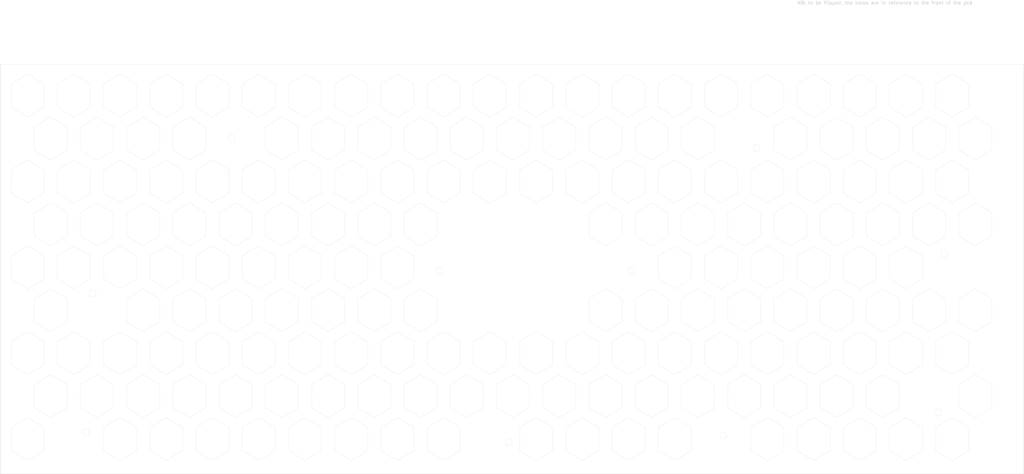
<source format=kicad_pcb>
(kicad_pcb (version 20240108) (generator "pcbnew") (generator_version "8.0")
  (layers (0 "F.Cu" signal) (31 "B.Cu" signal) (34 "B.Paste" user) (35 "F.Paste" user) (36 "B.SilkS" user "B.Silkscreen") (37 "F.SilkS" user "F.Silkscreen") (38 "B.Mask" user) (39 "F.Mask" user) (44 "Edge.Cuts" user))
  (net 0 "")
  (footprint "LOGO" (layer "F.Cu") (at 215 141)
    (property "Reference" "G***" (hide yes))
    (property "Value" "LOGO" (hide yes))
  )
  (gr_line (start 121 202) (end 126 199) (stroke (width 0.05)) (layer "Edge.Cuts"))
  (gr_line (start 175 179) (end 170 176) (stroke (width 0.05)) (layer "Edge.Cuts"))
  (gr_line (start 119 101) (end 114 98) (stroke (width 0.05)) (layer "Edge.Cuts"))
  (gr_line (start 270 166) (end 270 173) (stroke (width 0.05)) (layer "Edge.Cuts"))
  (gr_line (start 266 147) (end 266 140) (stroke (width 0.05)) (layer "Edge.Cuts"))
  (gr_line (start 212 189) (end 207 186) (stroke (width 0.05)) (layer "Edge.Cuts"))
  (gr_line (start 170 163) (end 175 160) (stroke (width 0.05)) (layer "Edge.Cuts"))
  (gr_line (start 158 88) (end 158 95) (stroke (width 0.05)) (layer "Edge.Cuts"))
  (gr_line (start 317 85) (end 312 88) (stroke (width 0.05)) (layer "Edge.Cuts"))
  (gr_line (start 200 114) (end 200 121) (stroke (width 0.05)) (layer "Edge.Cuts"))
  (gr_line (start 147 134) (end 147 127) (stroke (width 0.05)) (layer "Edge.Cuts"))
  (gr_line (start 289 85) (end 284 88) (stroke (width 0.05)) (layer "Edge.Cuts"))
  (gr_line (start 315 127) (end 310 124) (stroke (width 0.05)) (layer "Edge.Cuts"))
  (gr_line (start 168 173) (end 168 166) (stroke (width 0.05)) (layer "Edge.Cuts"))
  (gr_line (start 317 176) (end 322 173) (stroke (width 0.05)) (layer "Edge.Cuts"))
  (gr_line (start 352 189) (end 347 186) (stroke (width 0.05)) (layer "Edge.Cuts"))
  (gr_line (start 123 127) (end 123 134) (stroke (width 0.05)) (layer "Edge.Cuts"))
  (gr_line (start 177 150) (end 172 147) (stroke (width 0.05)) (layer "Edge.Cuts"))
  (gr_line (start 303 98) (end 308 95) (stroke (width 0.05)) (layer "Edge.Cuts"))
  (gr_line (start 352 111) (end 347 108) (stroke (width 0.05)) (layer "Edge.Cuts"))
  (gr_line (start 123 153) (end 123 160) (stroke (width 0.05)) (layer "Edge.Cuts"))
  (gr_line (start 315 153) (end 310 150) (stroke (width 0.05)) (layer "Edge.Cuts"))
  (gr_line (start 303 137) (end 298 140) (stroke (width 0.05)) (layer "Edge.Cuts"))
  (gr_line (start 324 137) (end 329 134) (stroke (width 0.05)) (layer "Edge.Cuts"))
  (gr_line (start 343 134) (end 343 127) (stroke (width 0.05)) (layer "Edge.Cuts"))
  (gr_line (start 156 189) (end 151 186) (stroke (width 0.05)) (layer "Edge.Cuts"))
  (gr_line (start 240 189) (end 245 186) (stroke (width 0.05)) (layer "Edge.Cuts"))
  (gr_line (start 116 114) (end 116 121) (stroke (width 0.05)) (layer "Edge.Cuts"))
  (gr_line (start 350 166) (end 345 163) (stroke (width 0.05)) (layer "Edge.Cuts"))
  (gr_line (start 119 153) (end 114 150) (stroke (width 0.05)) (layer "Edge.Cuts"))
  (gr_line (start 273 134) (end 273 127) (stroke (width 0.05)) (layer "Edge.Cuts"))
  (gr_line (start 56.69361 206.078001) (end 366.693809 206.078001) (stroke (width 0.1)) (layer "Edge.Cuts"))
  (gr_line (start 212 176) (end 207 179) (stroke (width 0.05)) (layer "Edge.Cuts"))
  (gr_line (start 112 95) (end 112 88) (stroke (width 0.05)) (layer "Edge.Cuts"))
  (gr_line (start 284 140) (end 284 147) (stroke (width 0.05)) (layer "Edge.Cuts"))
  (gr_line (start 245 179) (end 240 176) (stroke (width 0.05)) (layer "Edge.Cuts"))
  (gr_line (start 184 163) (end 179 160) (stroke (width 0.05)) (layer "Edge.Cuts"))
  (gr_line (start 107 189) (end 102 192) (stroke (width 0.05)) (layer "Edge.Cuts"))
  (gr_line (start 114 150) (end 109 153) (stroke (width 0.05)) (layer "Edge.Cuts"))
  (gr_line (start 182 192) (end 177 189) (stroke (width 0.05)) (layer "Edge.Cuts"))
  (gr_line (start 142 124) (end 137 127) (stroke (width 0.05)) (layer "Edge.Cuts"))
  (gr_line (start 170 176) (end 165 179) (stroke (width 0.05)) (layer "Edge.Cuts"))
  (gr_line (start 184 137) (end 189 134) (stroke (width 0.05)) (layer "Edge.Cuts"))
  (gr_line (start 177 111) (end 172 114) (stroke (width 0.05)) (layer "Edge.Cuts"))
  (gr_line (start 273 186) (end 273 179) (stroke (width 0.05)) (layer "Edge.Cuts"))
  (gr_line (start 347 127) (end 347 134) (stroke (width 0.05)) (layer "Edge.Cuts"))
  (gr_line (start 186 192) (end 186 199) (stroke (width 0.05)) (layer "Edge.Cuts"))
  (gr_line (start 121 189) (end 116 192) (stroke (width 0.05)) (layer "Edge.Cuts"))
  (gr_line (start 70 173) (end 70 166) (stroke (width 0.05)) (layer "Edge.Cuts"))
  (gr_line (start 305 127) (end 305 134) (stroke (width 0.05)) (layer "Edge.Cuts"))
  (gr_line (start 121 163) (end 116 166) (stroke (width 0.05)) (layer "Edge.Cuts"))
  (gr_line (start 175 101) (end 170 98) (stroke (width 0.05)) (layer "Edge.Cuts"))
  (gr_line (start 203 186) (end 203 179) (stroke (width 0.05)) (layer "Edge.Cuts"))
  (gr_line (start 254 98) (end 249 101) (stroke (width 0.05)) (layer "Edge.Cuts"))
  (gr_line (start 345 98) (end 340 95) (stroke (width 0.05)) (layer "Edge.Cuts"))
  (gr_line (start 310 163) (end 315 160) (stroke (width 0.05)) (layer "Edge.Cuts"))
  (gr_line (start 77 127) (end 72 124) (stroke (width 0.05)) (layer "Edge.Cuts"))
  (gr_line (start 60 114) (end 60 121) (stroke (width 0.05)) (layer "Edge.Cuts"))
  (gr_line (start 86 124) (end 81 127) (stroke (width 0.05)) (layer "Edge.Cuts"))
  (gr_line (start 261 176) (end 256 173) (stroke (width 0.05)) (layer "Edge.Cuts"))
  (gr_line (start 226 111) (end 221 108) (stroke (width 0.05)) (layer "Edge.Cuts"))
  (gr_line (start 259 134) (end 259 127) (stroke (width 0.05)) (layer "Edge.Cuts"))
  (gr_line (start 233 202) (end 228 199) (stroke (width 0.05)) (layer "Edge.Cuts"))
  (gr_line (start 352 137) (end 357 134) (stroke (width 0.05)) (layer "Edge.Cuts"))
  (gr_line (start 338 137) (end 333 134) (stroke (width 0.05)) (layer "Edge.Cuts"))
  (gr_line (start 158 166) (end 158 173) (stroke (width 0.05)) (layer "Edge.Cuts"))
  (gr_line (start 326 166) (end 326 173) (stroke (width 0.05)) (layer "Edge.Cuts"))
  (gr_line (start 56.69361 82.07782) (end 56.69361 206.078001) (stroke (width 0.1)) (layer "Edge.Cuts"))
  (gr_line (start 95 179) (end 95 186) (stroke (width 0.05)) (layer "Edge.Cuts"))
  (gr_line (start 140 121) (end 140 114) (stroke (width 0.05)) (layer "Edge.Cuts"))
  (gr_line (start 308 147) (end 308 140) (stroke (width 0.05)) (layer "Edge.Cuts"))
  (gr_line (start 322 147) (end 322 140) (stroke (width 0.05)) (layer "Edge.Cuts"))
  (gr_line (start 175 134) (end 175 127) (stroke (width 0.05)) (layer "Edge.Cuts"))
  (gr_line (start 303 202) (end 308 199) (stroke (width 0.05)) (layer "Edge.Cuts"))
  (gr_line (start 331 150) (end 336 147) (stroke (width 0.05)) (layer "Edge.Cuts"))
  (gr_line (start 172 166) (end 172 173) (stroke (width 0.05)) (layer "Edge.Cuts"))
  (gr_line (start 121 85) (end 116 88) (stroke (width 0.05)) (layer "Edge.Cuts"))
  (gr_line (start 357 153) (end 352 150) (stroke (width 0.05)) (layer "Edge.Cuts"))
  (gr_line (start 266 199) (end 266 192) (stroke (width 0.05)) (layer "Edge.Cuts"))
  (gr_line (start 326 88) (end 326 95) (stroke (width 0.05)) (layer "Edge.Cuts"))
  (gr_line (start 301 101) (end 296 98) (stroke (width 0.05)) (layer "Edge.Cuts"))
  (gr_line (start 240 111) (end 245 108) (stroke (width 0.05)) (layer "Edge.Cuts"))
  (gr_line (start 147 101) (end 142 98) (stroke (width 0.05)) (layer "Edge.Cuts"))
  (gr_line (start 326 114) (end 326 121) (stroke (width 0.05)) (layer "Edge.Cuts"))
  (gr_line (start 65 98) (end 70 95) (stroke (width 0.05)) (layer "Edge.Cuts"))
  (gr_line (start 142 137) (end 147 134) (stroke (width 0.05)) (layer "Edge.Cuts"))
  (gr_line (start 324 189) (end 329 186) (stroke (width 0.05)) (layer "Edge.Cuts"))
  (gr_line (start 259 108) (end 259 101) (stroke (width 0.05)) (layer "Edge.Cuts"))
  (gr_line (start 133 160) (end 133 153) (stroke (width 0.05)) (layer "Edge.Cuts"))
  (gr_line (start 142 189) (end 137 186) (stroke (width 0.05)) (layer "Edge.Cuts"))
  (gr_line (start 240 163) (end 235 160) (stroke (width 0.05)) (layer "Edge.Cuts"))
  (gr_line (start 149 98) (end 144 95) (stroke (width 0.05)) (layer "Edge.Cuts"))
  (gr_line (start 266 166) (end 261 163) (stroke (width 0.05)) (layer "Edge.Cuts"))
  (gr_line (start 259 179) (end 254 176) (stroke (width 0.05)) (layer "Edge.Cuts"))
  (gr_line (start 282 189) (end 287 186) (stroke (width 0.05)) (layer "Edge.Cuts"))
  (gr_line (start 156 137) (end 161 134) (stroke (width 0.05)) (layer "Edge.Cuts"))
  (gr_line (start 65 85) (end 60 88) (stroke (width 0.05)) (layer "Edge.Cuts"))
  (gr_line (start 357 127) (end 352 124) (stroke (width 0.05)) (layer "Edge.Cuts"))
  (gr_line (start 275 124) (end 270 121) (stroke (width 0.05)) (layer "Edge.Cuts"))
  (gr_line (start 329 127) (end 324 124) (stroke (width 0.05)) (layer "Edge.Cuts"))
  (gr_line (start 205 124) (end 200 121) (stroke (width 0.05)) (layer "Edge.Cuts"))
  (gr_line (start 254 137) (end 259 134) (stroke (width 0.05)) (layer "Edge.Cuts"))
  (gr_line (start 294 121) (end 294 114) (stroke (width 0.05)) (layer "Edge.Cuts"))
  (gr_line (start 268 176) (end 263 179) (stroke (width 0.05)) (layer "Edge.Cuts"))
  (gr_line (start 291 101) (end 291 108) (stroke (width 0.05)) (layer "Edge.Cuts"))
  (gr_line (start 214 166) (end 214 173) (stroke (width 0.05)) (layer "Edge.Cuts"))
  (gr_line (start 158 140) (end 158 147) (stroke (width 0.05)) (layer "Edge.Cuts"))
  (gr_line (start 107 163) (end 102 166) (stroke (width 0.05)) (layer "Edge.Cuts"))
  (gr_line (start 93 163) (end 88 166) (stroke (width 0.05)) (layer "Edge.Cuts"))
  (gr_line (start 107 98) (end 102 95) (stroke (width 0.05)) (layer "Edge.Cuts"))
  (gr_line (start 205 124) (end 210 121) (stroke (width 0.05)) (layer "Edge.Cuts"))
  (gr_line (start 100 163) (end 105 160) (stroke (width 0.05)) (layer "Edge.Cuts"))
  (gr_line (start 72 137) (end 77 134) (stroke (width 0.05)) (layer "Edge.Cuts"))
  (gr_line (start 163 202) (end 158 199) (stroke (width 0.05)) (layer "Edge.Cuts"))
  (gr_line (start 221 179) (end 221 186) (stroke (width 0.05)) (layer "Edge.Cuts"))
  (gr_line (start 343 160) (end 343 153) (stroke (width 0.05)) (layer "Edge.Cuts"))
  (gr_line (start 161 127) (end 156 124) (stroke (width 0.05)) (layer "Edge.Cuts"))
  (gr_line (start 294 88) (end 289 85) (stroke (width 0.05)) (layer "Edge.Cuts"))
  (gr_line (start 107 150) (end 102 147) (stroke (width 0.05)) (layer "Edge.Cuts"))
  (gr_line (start 123 179) (end 123 186) (stroke (width 0.05)) (layer "Edge.Cuts"))
  (gr_line (start 268 124) (end 263 127) (stroke (width 0.05)) (layer "Edge.Cuts"))
  (gr_line (start 249 127) (end 249 134) (stroke (width 0.05)) (layer "Edge.Cuts"))
  (gr_line (start 336 173) (end 336 166) (stroke (width 0.05)) (layer "Edge.Cuts"))
  (gr_line (start 301 134) (end 301 127) (stroke (width 0.05)) (layer "Edge.Cuts"))
  (gr_line (start 65 137) (end 60 140) (stroke (width 0.05)) (layer "Edge.Cuts"))
  (gr_line (start 126 95) (end 126 88) (stroke (width 0.05)) (layer "Edge.Cuts"))
  (gr_line (start 315 179) (end 310 176) (stroke (width 0.05)) (layer "Edge.Cuts"))
  (gr_line (start 114 189) (end 109 186) (stroke (width 0.05)) (layer "Edge.Cuts"))
  (gr_line (start 191 176) (end 196 173) (stroke (width 0.05)) (layer "Edge.Cuts"))
  (gr_line (start 294 173) (end 294 166) (stroke (width 0.05)) (layer "Edge.Cuts"))
  (gr_line (start 324 163) (end 329 160) (stroke (width 0.05)) (layer "Edge.Cuts"))
  (gr_line (start 144 114) (end 144 121) (stroke (width 0.05)) (layer "Edge.Cuts"))
  (gr_line (start 121 124) (end 116 121) (stroke (width 0.05)) (layer "Edge.Cuts"))
  (gr_line (start 77 134) (end 77 127) (stroke (width 0.05)) (layer "Edge.Cuts"))
  (gr_line (start 107 202) (end 102 199) (stroke (width 0.05)) (layer "Edge.Cuts"))
  (gr_line (start 186 114) (end 186 121) (stroke (width 0.05)) (layer "Edge.Cuts"))
  (gr_line (start 74 114) (end 74 121) (stroke (width 0.05)) (layer "Edge.Cuts"))
  (gr_line (start 161 101) (end 156 98) (stroke (width 0.05)) (layer "Edge.Cuts"))
  (gr_line (start 289 137) (end 284 140) (stroke (width 0.05)) (layer "Edge.Cuts"))
  (gr_line (start 186 88) (end 186 95) (stroke (width 0.05)) (layer "Edge.Cuts"))
  (gr_line (start 345 189) (end 340 192) (stroke (width 0.05)) (layer "Edge.Cuts"))
  (gr_line (start 317 150) (end 322 147) (stroke (width 0.05)) (layer "Edge.Cuts"))
  (gr_line (start 352 124) (end 347 127) (stroke (width 0.05)) (layer "Edge.Cuts"))
  (gr_line (start 352 150) (end 347 153) (stroke (width 0.05)) (layer "Edge.Cuts"))
  (gr_line (start 170 124) (end 165 127) (stroke (width 0.05)) (layer "Edge.Cuts"))
  (gr_line (start 298 166) (end 298 173) (stroke (width 0.05)) (layer "Edge.Cuts"))
  (gr_line (start 154 166) (end 149 163) (stroke (width 0.05)) (layer "Edge.Cuts"))
  (gr_line (start 282 137) (end 277 134) (stroke (width 0.05)) (layer "Edge.Cuts"))
  (gr_line (start 114 111) (end 119 108) (stroke (width 0.05)) (layer "Edge.Cuts"))
  (gr_line (start 226 98) (end 221 101) (stroke (width 0.05)) (layer "Edge.Cuts"))
  (gr_line (start 261 150) (end 266 147) (stroke (width 0.05)) (layer "Edge.Cuts"))
  (gr_line (start 189 179) (end 184 176) (stroke (width 0.05)) (layer "Edge.Cuts"))
  (gr_line (start 282 137) (end 287 134) (stroke (width 0.05)) (layer "Edge.Cuts"))
  (gr_line (start 308 140) (end 303 137) (stroke (width 0.05)) (layer "Edge.Cuts"))
  (gr_line (start 177 124) (end 182 121) (stroke (width 0.05)) (layer "Edge.Cuts"))
  (gr_line (start 247 111) (end 242 114) (stroke (width 0.05)) (layer "Edge.Cuts"))
  (gr_line (start 310 137) (end 315 134) (stroke (width 0.05)) (layer "Edge.Cuts"))
  (gr_line (start 168 166) (end 163 163) (stroke (width 0.05)) (layer "Edge.Cuts"))
  (gr_line (start 289 150) (end 284 147) (stroke (width 0.05)) (layer "Edge.Cuts"))
  (gr_line (start 352 137) (end 347 134) (stroke (width 0.05)) (layer "Edge.Cuts"))
  (gr_line (start 214 88) (end 214 95) (stroke (width 0.05)) (layer "Edge.Cuts"))
  (gr_line (start 296 189) (end 291 186) (stroke (width 0.05)) (layer "Edge.Cuts"))
  (gr_line (start 142 189) (end 147 186) (stroke (width 0.05)) (layer "Edge.Cuts"))
  (gr_line (start 135 176) (end 140 173) (stroke (width 0.05)) (layer "Edge.Cuts"))
  (gr_line (start 182 114) (end 177 111) (stroke (width 0.05)) (layer "Edge.Cuts"))
  (gr_line (start 128 137) (end 133 134) (stroke (width 0.05)) (layer "Edge.Cuts"))
  (gr_line (start 168 121) (end 168 114) (stroke (width 0.05)) (layer "Edge.Cuts"))
  (gr_line (start 266 95) (end 266 88) (stroke (width 0.05)) (layer "Edge.Cuts"))
  (gr_line (start 172 140) (end 172 147) (stroke (width 0.05)) (layer "Edge.Cuts"))
  (gr_line (start 231 101) (end 226 98) (stroke (width 0.05)) (layer "Edge.Cuts"))
  (gr_line (start 79 137) (end 74 140) (stroke (width 0.05)) (layer "Edge.Cuts"))
  (gr_line (start 133 179) (end 128 176) (stroke (width 0.05)) (layer "Edge.Cuts"))
  (gr_line (start 238 95) (end 238 88) (stroke (width 0.05)) (layer "Edge.Cuts"))
  (gr_line (start 184 189) (end 189 186) (stroke (width 0.05)) (layer "Edge.Cuts"))
  (gr_line (start 310 189) (end 315 186) (stroke (width 0.05)) (layer "Edge.Cuts"))
  (gr_line (start 191 163) (end 186 166) (stroke (width 0.05)) (layer "Edge.Cuts"))
  (gr_line (start 149 176) (end 144 173) (stroke (width 0.05)) (layer "Edge.Cuts"))
  (gr_line (start 126 147) (end 126 140) (stroke (width 0.05)) (layer "Edge.Cuts"))
  (gr_line (start 163 98) (end 158 95) (stroke (width 0.05)) (layer "Edge.Cuts"))
  (gr_line (start 275 150) (end 280 147) (stroke (width 0.05)) (layer "Edge.Cuts"))
  (gr_line (start 261 150) (end 256 147) (stroke (width 0.05)) (layer "Edge.Cuts"))
  (gr_line (start 88 140) (end 88 147) (stroke (width 0.05)) (layer "Edge.Cuts"))
  (gr_line (start 352 189) (end 357 186) (stroke (width 0.05)) (layer "Edge.Cuts"))
  (gr_line (start 331 176) (end 336 173) (stroke (width 0.05)) (layer "Edge.Cuts"))
  (gr_line (start 70 88) (end 65 85) (stroke (width 0.05)) (layer "Edge.Cuts"))
  (gr_line (start 333 127) (end 333 134) (stroke (width 0.05)) (layer "Edge.Cuts"))
  (gr_line (start 350 95) (end 350 88) (stroke (width 0.05)) (layer "Edge.Cuts"))
  (gr_line (start 322 173) (end 322 166) (stroke (width 0.05)) (layer "Edge.Cuts"))
  (gr_line (start 340 166) (end 340 173) (stroke (width 0.05)) (layer "Edge.Cuts"))
  (gr_line (start 350 88) (end 345 85) (stroke (width 0.05)) (layer "Edge.Cuts"))
  (gr_line (start 119 108) (end 119 101) (stroke (width 0.05)) (layer "Edge.Cuts"))
  (gr_line (start 121 124) (end 126 121) (stroke (width 0.05)) (layer "Edge.Cuts"))
  (gr_line (start 296 137) (end 291 134) (stroke (width 0.05)) (layer "Edge.Cuts"))
  (gr_line (start 301 186) (end 301 179) (stroke (width 0.05)) (layer "Edge.Cuts"))
  (gr_line (start 77 153) (end 72 150) (stroke (width 0.05)) (layer "Edge.Cuts"))
  (gr_line (start 170 111) (end 165 108) (stroke (width 0.05)) (layer "Edge.Cuts"))
  (gr_line (start 336 166) (end 331 163) (stroke (width 0.05)) (layer "Edge.Cuts"))
  (gr_line (start 196 173) (end 196 166) (stroke (width 0.05)) (layer "Edge.Cuts"))
  (gr_line (start 121 176) (end 116 173) (stroke (width 0.05)) (layer "Edge.Cuts"))
  (gr_line (start 268 189) (end 273 186) (stroke (width 0.05)) (layer "Edge.Cuts"))
  (gr_line (start 259 160) (end 259 153) (stroke (width 0.05)) (layer "Edge.Cuts"))
  (gr_line (start 88 88) (end 88 95) (stroke (width 0.05)) (layer "Edge.Cuts"))
  (gr_line (start 182 121) (end 182 114) (stroke (width 0.05)) (layer "Edge.Cuts"))
  (gr_line (start 154 95) (end 154 88) (stroke (width 0.05)) (layer "Edge.Cuts"))
  (gr_line (start 261 98) (end 256 95) (stroke (width 0.05)) (layer "Edge.Cuts"))
  (gr_line (start 98 95) (end 98 88) (stroke (width 0.05)) (layer "Edge.Cuts"))
  (gr_line (start 93 176) (end 88 173) (stroke (width 0.05)) (layer "Edge.Cuts"))
  (gr_line (start 319 179) (end 319 186) (stroke (width 0.05)) (layer "Edge.Cuts"))
  (gr_line (start 303 176) (end 298 173) (stroke (width 0.05)) (layer "Edge.Cuts"))
  (gr_line (start 282 163) (end 287 160) (stroke (width 0.05)) (layer "Edge.Cuts"))
  (gr_line (start 93 202) (end 98 199) (stroke (width 0.05)) (layer "Edge.Cuts"))
  (gr_circle (center 340.711363 187.442972) (end 341.761363 187.442972) (stroke (width 0.05)) (fill none) (layer "Edge.Cuts"))
  (gr_line (start 312 114) (end 312 121) (stroke (width 0.05)) (layer "Edge.Cuts"))
  (gr_line (start 126 140) (end 121 137) (stroke (width 0.05)) (layer "Edge.Cuts"))
  (gr_line (start 81 179) (end 81 186) (stroke (width 0.05)) (layer "Edge.Cuts"))
  (gr_line (start 217 179) (end 212 176) (stroke (width 0.05)) (layer "Edge.Cuts"))
  (gr_line (start 277 153) (end 277 160) (stroke (width 0.05)) (layer "Edge.Cuts"))
  (gr_line (start 266 140) (end 261 137) (stroke (width 0.05)) (layer "Edge.Cuts"))
  (gr_line (start 275 137) (end 270 140) (stroke (width 0.05)) (layer "Edge.Cuts"))
  (gr_line (start 105 186) (end 105 179) (stroke (width 0.05)) (layer "Edge.Cuts"))
  (gr_line (start 165 179) (end 165 186) (stroke (width 0.05)) (layer "Edge.Cuts"))
  (gr_line (start 158 192) (end 158 199) (stroke (width 0.05)) (layer "Edge.Cuts"))
  (gr_line (start 147 127) (end 142 124) (stroke (width 0.05)) (layer "Edge.Cuts"))
  (gr_line (start 261 202) (end 266 199) (stroke (width 0.05)) (layer "Edge.Cuts"))
  (gr_line (start 79 176) (end 74 173) (stroke (width 0.05)) (layer "Edge.Cuts"))
  (gr_line (start 107 124) (end 112 121) (stroke (width 0.05)) (layer "Edge.Cuts"))
  (gr_line (start 79 176) (end 84 173) (stroke (width 0.05)) (layer "Edge.Cuts"))
  (gr_line (start 65 150) (end 70 147) (stroke (width 0.05)) (layer "Edge.Cuts"))
  (gr_line (start 86 189) (end 81 186) (stroke (width 0.05)) (layer "Edge.Cuts"))
  (gr_line (start 282 189) (end 277 186) (stroke (width 0.05)) (layer "Edge.Cuts"))
  (gr_line (start 242 166) (end 242 173) (stroke (width 0.05)) (layer "Edge.Cuts"))
  (gr_line (start 126 88) (end 121 85) (stroke (width 0.05)) (layer "Edge.Cuts"))
  (gr_line (start 254 189) (end 259 186) (stroke (width 0.05)) (layer "Edge.Cuts"))
  (gr_line (start 193 101) (end 193 108) (stroke (width 0.05)) (layer "Edge.Cuts"))
  (gr_line (start 294 192) (end 289 189) (stroke (width 0.05)) (layer "Edge.Cuts"))
  (gr_line (start 84 166) (end 79 163) (stroke (width 0.05)) (layer "Edge.Cuts"))
  (gr_line (start 114 111) (end 109 108) (stroke (width 0.05)) (layer "Edge.Cuts"))
  (gr_line (start 102 114) (end 102 121) (stroke (width 0.05)) (layer "Edge.Cuts"))
  (gr_line (start 130 192) (end 130 199) (stroke (width 0.05)) (layer "Edge.Cuts"))
  (gr_line (start 256 114) (end 256 121) (stroke (width 0.05)) (layer "Edge.Cuts"))
  (gr_line (start 191 189) (end 186 192) (stroke (width 0.05)) (layer "Edge.Cuts"))
  (gr_line (start 261 111) (end 256 114) (stroke (width 0.05)) (layer "Edge.Cuts"))
  (gr_line (start 210 166) (end 205 163) (stroke (width 0.05)) (layer "Edge.Cuts"))
  (gr_line (start 186 166) (end 186 173) (stroke (width 0.05)) (layer "Edge.Cuts"))
  (gr_line (start 224 121) (end 224 114) (stroke (width 0.05)) (layer "Edge.Cuts"))
  (gr_line (start 331 124) (end 336 121) (stroke (width 0.05)) (layer "Edge.Cuts"))
  (gr_line (start 86 111) (end 91 108) (stroke (width 0.05)) (layer "Edge.Cuts"))
  (gr_circle (center 285.711363 107.442972) (end 286.761363 107.442972) (stroke (width 0.05)) (fill none) (layer "Edge.Cuts"))
  (gr_line (start 112 173) (end 112 166) (stroke (width 0.05)) (layer "Edge.Cuts"))
  (gr_line (start 84 121) (end 84 114) (stroke (width 0.05)) (layer "Edge.Cuts"))
  (gr_line (start 280 114) (end 275 111) (stroke (width 0.05)) (layer "Edge.Cuts"))
  (gr_line (start 247 202) (end 252 199) (stroke (width 0.05)) (layer "Edge.Cuts"))
  (gr_line (start 294 199) (end 294 192) (stroke (width 0.05)) (layer "Edge.Cuts"))
  (gr_line (start 170 163) (end 165 160) (stroke (width 0.05)) (layer "Edge.Cuts"))
  (gr_line (start 212 111) (end 207 108) (stroke (width 0.05)) (layer "Edge.Cuts"))
  (gr_line (start 177 137) (end 172 140) (stroke (width 0.05)) (layer "Edge.Cuts"))
  (gr_line (start 317 124) (end 322 121) (stroke (width 0.05)) (layer "Edge.Cuts"))
  (gr_line (start 282 176) (end 277 179) (stroke (width 0.05)) (layer "Edge.Cuts"))
  (gr_line (start 287 153) (end 282 150) (stroke (width 0.05)) (layer "Edge.Cuts"))
  (gr_line (start 273 101) (end 268 98) (stroke (width 0.05)) (layer "Edge.Cuts"))
  (gr_line (start 261 189) (end 256 192) (stroke (width 0.05)) (layer "Edge.Cuts"))
  (gr_circle (center 342.711363 139.442972) (end 343.761363 139.442972) (stroke (width 0.05)) (fill none) (layer "Edge.Cuts"))
  (gr_line (start 149 98) (end 154 95) (stroke (width 0.05)) (layer "Edge.Cuts"))
  (gr_line (start 350 199) (end 350 192) (stroke (width 0.05)) (layer "Edge.Cuts"))
  (gr_line (start 140 114) (end 135 111) (stroke (width 0.05)) (layer "Edge.Cuts"))
  (gr_line (start 263 153) (end 263 160) (stroke (width 0.05)) (layer "Edge.Cuts"))
  (gr_line (start 275 176) (end 270 173) (stroke (width 0.05)) (layer "Edge.Cuts"))
  (gr_line (start 119 179) (end 114 176) (stroke (width 0.05)) (layer "Edge.Cuts"))
  (gr_line (start 84 95) (end 84 88) (stroke (width 0.05)) (layer "Edge.Cuts"))
  (gr_line (start 77 160) (end 77 153) (stroke (width 0.05)) (layer "Edge.Cuts"))
  (gr_line (start 252 192) (end 247 189) (stroke (width 0.05)) (layer "Edge.Cuts"))
  (gr_line (start 100 111) (end 95 108) (stroke (width 0.05)) (layer "Edge.Cuts"))
  (gr_line (start 266 88) (end 261 85) (stroke (width 0.05)) (layer "Edge.Cuts"))
  (gr_line (start 207 101) (end 207 108) (stroke (width 0.05)) (layer "Edge.Cuts"))
  (gr_line (start 294 114) (end 289 111) (stroke (width 0.05)) (layer "Edge.Cuts"))
  (gr_line (start 238 121) (end 238 114) (stroke (width 0.05)) (layer "Edge.Cuts"))
  (gr_line (start 121 150) (end 126 147) (stroke (width 0.05)) (layer "Edge.Cuts"))
  (gr_line (start 275 163) (end 270 166) (stroke (width 0.05)) (layer "Edge.Cuts"))
  (gr_line (start 161 160) (end 161 153) (stroke (width 0.05)) (layer "Edge.Cuts"))
  (gr_line (start 168 114) (end 163 111) (stroke (width 0.05)) (layer "Edge.Cuts"))
  (gr_line (start 60 166) (end 60 173) (stroke (width 0.05)) (layer "Edge.Cuts"))
  (gr_line (start 315 101) (end 310 98) (stroke (width 0.05)) (layer "Edge.Cuts"))
  (gr_line (start 312 192) (end 312 199) (stroke (width 0.05)) (layer "Edge.Cuts"))
  (gr_line (start 275 124) (end 280 121) (stroke (width 0.05)) (layer "Edge.Cuts"))
  (gr_line (start 273 160) (end 273 153) (stroke (width 0.05)) (layer "Edge.Cuts"))
  (gr_line (start 226 111) (end 231 108) (stroke (width 0.05)) (layer "Edge.Cuts"))
  (gr_line (start 65 124) (end 70 121) (stroke (width 0.05)) (layer "Edge.Cuts"))
  (gr_line (start 105 127) (end 100 124) (stroke (width 0.05)) (layer "Edge.Cuts"))
  (gr_line (start 205 111) (end 200 114) (stroke (width 0.05)) (layer "Edge.Cuts"))
  (gr_line (start 172 88) (end 172 95) (stroke (width 0.05)) (layer "Edge.Cuts"))
  (gr_line (start 72 163) (end 77 160) (stroke (width 0.05)) (layer "Edge.Cuts"))
  (gr_line (start 95 127) (end 95 134) (stroke (width 0.05)) (layer "Edge.Cuts"))
  (gr_line (start 191 202) (end 196 199) (stroke (width 0.05)) (layer "Edge.Cuts"))
  (gr_line (start 298 192) (end 298 199) (stroke (width 0.05)) (layer "Edge.Cuts"))
  (gr_line (start 336 147) (end 336 140) (stroke (width 0.05)) (layer "Edge.Cuts"))
  (gr_line (start 65 150) (end 60 147) (stroke (width 0.05)) (layer "Edge.Cuts"))
  (gr_line (start 233 98) (end 238 95) (stroke (width 0.05)) (layer "Edge.Cuts"))
  (gr_line (start 310 111) (end 305 108) (stroke (width 0.05)) (layer "Edge.Cuts"))
  (gr_line (start 252 166) (end 247 163) (stroke (width 0.05)) (layer "Edge.Cuts"))
  (gr_line (start 137 179) (end 137 186) (stroke (width 0.05)) (layer "Edge.Cuts"))
  (gr_line (start 296 137) (end 301 134) (stroke (width 0.05)) (layer "Edge.Cuts"))
  (gr_line (start 88 166) (end 88 173) (stroke (width 0.05)) (layer "Edge.Cuts"))
  (gr_line (start 317 137) (end 312 140) (stroke (width 0.05)) (layer "Edge.Cuts"))
  (gr_line (start 326 192) (end 326 199) (stroke (width 0.05)) (layer "Edge.Cuts"))
  (gr_line (start 93 137) (end 88 140) (stroke (width 0.05)) (layer "Edge.Cuts"))
  (gr_line (start 247 124) (end 242 121) (stroke (width 0.05)) (layer "Edge.Cuts"))
  (gr_line (start 179 153) (end 179 160) (stroke (width 0.05)) (layer "Edge.Cuts"))
  (gr_line (start 261 124) (end 266 121) (stroke (width 0.05)) (layer "Edge.Cuts"))
  (gr_line (start 189 108) (end 189 101) (stroke (width 0.05)) (layer "Edge.Cuts"))
  (gr_line (start 154 121) (end 154 114) (stroke (width 0.05)) (layer "Edge.Cuts"))
  (gr_line (start 329 179) (end 324 176) (stroke (width 0.05)) (layer "Edge.Cuts"))
  (gr_line (start 84 140) (end 79 137) (stroke (width 0.05)) (layer "Edge.Cuts"))
  (gr_line (start 154 140) (end 149 137) (stroke (width 0.05)) (layer "Edge.Cuts"))
  (gr_line (start 256 192) (end 256 199) (stroke (width 0.05)) (layer "Edge.Cuts"))
  (gr_line (start 177 98) (end 182 95) (stroke (width 0.05)) (layer "Edge.Cuts"))
  (gr_line (start 191 124) (end 186 121) (stroke (width 0.05)) (layer "Edge.Cuts"))
  (gr_line (start 324 111) (end 329 108) (stroke (width 0.05)) (layer "Edge.Cuts"))
  (gr_line (start 219 189) (end 214 192) (stroke (width 0.05)) (layer "Edge.Cuts"))
  (gr_line (start 184 137) (end 179 134) (stroke (width 0.05)) (layer "Edge.Cuts"))
  (gr_line (start 107 176) (end 112 173) (stroke (width 0.05)) (layer "Edge.Cuts"))
  (gr_line (start 156 163) (end 161 160) (stroke (width 0.05)) (layer "Edge.Cuts"))
  (gr_line (start 254 163) (end 249 160) (stroke (width 0.05)) (layer "Edge.Cuts"))
  (gr_line (start 77 108) (end 77 101) (stroke (width 0.05)) (layer "Edge.Cuts"))
  (gr_line (start 252 199) (end 252 192) (stroke (width 0.05)) (layer "Edge.Cuts"))
  (gr_line (start 198 189) (end 203 186) (stroke (width 0.05)) (layer "Edge.Cuts"))
  (gr_line (start 86 111) (end 81 108) (stroke (width 0.05)) (layer "Edge.Cuts"))
  (gr_line (start 259 127) (end 254 124) (stroke (width 0.05)) (layer "Edge.Cuts"))
  (gr_line (start 184 98) (end 179 101) (stroke (width 0.05)) (layer "Edge.Cuts"))
  (gr_line (start 72 111) (end 67 108) (stroke (width 0.05)) (layer "Edge.Cuts"))
  (gr_line (start 77 101) (end 72 98) (stroke (width 0.05)) (layer "Edge.Cuts"))
  (gr_line (start 345 176) (end 340 173) (stroke (width 0.05)) (layer "Edge.Cuts"))
  (gr_line (start 219 202) (end 214 199) (stroke (width 0.05)) (layer "Edge.Cuts"))
  (gr_line (start 154 114) (end 149 111) (stroke (width 0.05)) (layer "Edge.Cuts"))
  (gr_line (start 247 85) (end 242 88) (stroke (width 0.05)) (layer "Edge.Cuts"))
  (gr_line (start 86 176) (end 81 179) (stroke (width 0.05)) (layer "Edge.Cuts"))
  (gr_line (start 322 95) (end 322 88) (stroke (width 0.05)) (layer "Edge.Cuts"))
  (gr_line (start 247 163) (end 242 166) (stroke (width 0.05)) (layer "Edge.Cuts"))
  (gr_line (start 338 111) (end 343 108) (stroke (width 0.05)) (layer "Edge.Cuts"))
  (gr_line (start 331 163) (end 326 166) (stroke (width 0.05)) (layer "Edge.Cuts"))
  (gr_line (start 315 160) (end 315 153) (stroke (width 0.05)) (layer "Edge.Cuts"))
  (gr_line (start 352 163) (end 347 160) (stroke (width 0.05)) (layer "Edge.Cuts"))
  (gr_line (start 282 163) (end 277 160) (stroke (width 0.05)) (layer "Edge.Cuts"))
  (gr_line (start 357 186) (end 357 179) (stroke (width 0.05)) (layer "Edge.Cuts"))
  (gr_line (start 203 108) (end 203 101) (stroke (width 0.05)) (layer "Edge.Cuts"))
  (gr_line (start 86 137) (end 81 134) (stroke (width 0.05)) (layer "Edge.Cuts"))
  (gr_line (start 168 192) (end 163 189) (stroke (width 0.05)) (layer "Edge.Cuts"))
  (gr_line (start 210 173) (end 210 166) (stroke (width 0.05)) (layer "Edge.Cuts"))
  (gr_line (start 133 134) (end 133 127) (stroke (width 0.05)) (layer "Edge.Cuts"))
  (gr_line (start 254 189) (end 249 186) (stroke (width 0.05)) (layer "Edge.Cuts"))
  (gr_line (start 72 124) (end 67 127) (stroke (width 0.05)) (layer "Edge.Cuts"))
  (gr_line (start 289 176) (end 284 173) (stroke (width 0.05)) (layer "Edge.Cuts"))
  (gr_line (start 107 98) (end 112 95) (stroke (width 0.05)) (layer "Edge.Cuts"))
  (gr_line (start 261 202) (end 256 199) (stroke (width 0.05)) (layer "Edge.Cuts"))
  (gr_line (start 84 147) (end 84 140) (stroke (width 0.05)) (layer "Edge.Cuts"))
  (gr_line (start 60 140) (end 60 147) (stroke (width 0.05)) (layer "Edge.Cuts"))
  (gr_line (start 128 189) (end 133 186) (stroke (width 0.05)) (layer "Edge.Cuts"))
  (gr_line (start 114 189) (end 119 186) (stroke (width 0.05)) (layer "Edge.Cuts"))
  (gr_line (start 135 163) (end 130 166) (stroke (width 0.05)) (layer "Edge.Cuts"))
  (gr_line (start 175 108) (end 175 101) (stroke (width 0.05)) (layer "Edge.Cuts"))
  (gr_line (start 289 176) (end 294 173) (stroke (width 0.05)) (layer "Edge.Cuts"))
  (gr_line (start 345 163) (end 340 166) (stroke (width 0.05)) (layer "Edge.Cuts"))
  (gr_line (start 245 108) (end 245 101) (stroke (width 0.05)) (layer "Edge.Cuts"))
  (gr_line (start 200 88) (end 200 95) (stroke (width 0.05)) (layer "Edge.Cuts"))
  (gr_line (start 100 137) (end 105 134) (stroke (width 0.05)) (layer "Edge.Cuts"))
  (gr_line (start 163 124) (end 168 121) (stroke (width 0.05)) (layer "Edge.Cuts"))
  (gr_line (start 219 85) (end 214 88) (stroke (width 0.05)) (layer "Edge.Cuts"))
  (gr_line (start 147 179) (end 142 176) (stroke (width 0.05)) (layer "Edge.Cuts"))
  (gr_line (start 266 173) (end 266 166) (stroke (width 0.05)) (layer "Edge.Cuts"))
  (gr_line (start 303 176) (end 308 173) (stroke (width 0.05)) (layer "Edge.Cuts"))
  (gr_line (start 308 88) (end 303 85) (stroke (width 0.05)) (layer "Edge.Cuts"))
  (gr_line (start 151 101) (end 151 108) (stroke (width 0.05)) (layer "Edge.Cuts"))
  (gr_line (start 284 88) (end 284 95) (stroke (width 0.05)) (layer "Edge.Cuts"))
  (gr_line (start 88 192) (end 88 199) (stroke (width 0.05)) (layer "Edge.Cuts"))
  (gr_line (start 191 111) (end 186 114) (stroke (width 0.05)) (layer "Edge.Cuts"))
  (gr_line (start 79 150) (end 84 147) (stroke (width 0.05)) (layer "Edge.Cuts"))
  (gr_line (start 261 137) (end 256 140) (stroke (width 0.05)) (layer "Edge.Cuts"))
  (gr_line (start 310 111) (end 315 108) (stroke (width 0.05)) (layer "Edge.Cuts"))
  (gr_line (start 67 101) (end 67 108) (stroke (width 0.05)) (layer "Edge.Cuts"))
  (gr_line (start 149 85) (end 144 88) (stroke (width 0.05)) (layer "Edge.Cuts"))
  (gr_line (start 312 166) (end 312 173) (stroke (width 0.05)) (layer "Edge.Cuts"))
  (gr_line (start 303 150) (end 308 147) (stroke (width 0.05)) (layer "Edge.Cuts"))
  (gr_line (start 74 140) (end 74 147) (stroke (width 0.05)) (layer "Edge.Cuts"))
  (gr_line (start 203 101) (end 198 98) (stroke (width 0.05)) (layer "Edge.Cuts"))
  (gr_line (start 93 202) (end 88 199) (stroke (width 0.05)) (layer "Edge.Cuts"))
  (gr_line (start 114 163) (end 109 160) (stroke (width 0.05)) (layer "Edge.Cuts"))
  (gr_line (start 102 166) (end 102 173) (stroke (width 0.05)) (layer "Edge.Cuts"))
  (gr_line (start 256 166) (end 256 173) (stroke (width 0.05)) (layer "Edge.Cuts"))
  (gr_line (start 280 173) (end 280 166) (stroke (width 0.05)) (layer "Edge.Cuts"))
  (gr_line (start 287 134) (end 287 127) (stroke (width 0.05)) (layer "Edge.Cuts"))
  (gr_line (start 91 127) (end 86 124) (stroke (width 0.05)) (layer "Edge.Cuts"))
  (gr_line (start 331 189) (end 326 192) (stroke (width 0.05)) (layer "Edge.Cuts"))
  (gr_line (start 357 179) (end 352 176) (stroke (width 0.05)) (layer "Edge.Cuts"))
  (gr_line (start 154 192) (end 149 189) (stroke (width 0.05)) (layer "Edge.Cuts"))
  (gr_line (start 331 202) (end 326 199) (stroke (width 0.05)) (layer "Edge.Cuts"))
  (gr_line (start 135 98) (end 140 95) (stroke (width 0.05)) (layer "Edge.Cuts"))
  (gr_line (start 72 163) (end 67 160) (stroke (width 0.05)) (layer "Edge.Cuts"))
  (gr_line (start 170 137) (end 175 134) (stroke (width 0.05)) (layer "Edge.Cuts"))
  (gr_line (start 268 163) (end 263 160) (stroke (width 0.05)) (layer "Edge.Cuts"))
  (gr_line (start 245 127) (end 240 124) (stroke (width 0.05)) (layer "Edge.Cuts"))
  (gr_line (start 170 189) (end 165 186) (stroke (width 0.05)) (layer "Edge.Cuts"))
  (gr_line (start 347 153) (end 347 160) (stroke (width 0.05)) (layer "Edge.Cuts"))
  (gr_line (start 233 98) (end 228 95) (stroke (width 0.05)) (layer "Edge.Cuts"))
  (gr_line (start 196 88) (end 191 85) (stroke (width 0.05)) (layer "Edge.Cuts"))
  (gr_line (start 60 88) (end 60 95) (stroke (width 0.05)) (layer "Edge.Cuts"))
  (gr_line (start 308 173) (end 308 166) (stroke (width 0.05)) (layer "Edge.Cuts"))
  (gr_line (start 168 140) (end 163 137) (stroke (width 0.05)) (layer "Edge.Cuts"))
  (gr_line (start 305 153) (end 305 160) (stroke (width 0.05)) (layer "Edge.Cuts"))
  (gr_line (start 317 98) (end 322 95) (stroke (width 0.05)) (layer "Edge.Cuts"))
  (gr_line (start 270 88) (end 270 95) (stroke (width 0.05)) (layer "Edge.Cuts"))
  (gr_line (start 100 98) (end 95 101) (stroke (width 0.05)) (layer "Edge.Cuts"))
  (gr_line (start 310 137) (end 305 134) (stroke (width 0.05)) (layer "Edge.Cuts"))
  (gr_line (start 175 160) (end 175 153) (stroke (width 0.05)) (layer "Edge.Cuts"))
  (gr_line (start 191 85) (end 186 88) (stroke (width 0.05)) (layer "Edge.Cuts"))
  (gr_line (start 119 134) (end 119 127) (stroke (width 0.05)) (layer "Edge.Cuts"))
  (gr_line (start 149 202) (end 144 199) (stroke (width 0.05)) (layer "Edge.Cuts"))
  (gr_line (start 207 179) (end 207 186) (stroke (width 0.05)) (layer "Edge.Cuts"))
  (gr_line (start 303 189) (end 298 192) (stroke (width 0.05)) (layer "Edge.Cuts"))
  (gr_line (start 79 163) (end 74 166) (stroke (width 0.05)) (layer "Edge.Cuts"))
  (gr_line (start 221 101) (end 221 108) (stroke (width 0.05)) (layer "Edge.Cuts"))
  (gr_line (start 193 179) (end 193 186) (stroke (width 0.05)) (layer "Edge.Cuts"))
  (gr_line (start 112 192) (end 107 189) (stroke (width 0.05)) (layer "Edge.Cuts"))
  (gr_line (start 182 166) (end 177 163) (stroke (width 0.05)) (layer "Edge.Cuts"))
  (gr_circle (center 189.711363 144.442972) (end 190.761363 144.442972) (stroke (width 0.05)) (fill none) (layer "Edge.Cuts"))
  (gr_line (start 240 163) (end 245 160) (stroke (width 0.05)) (layer "Edge.Cuts"))
  (gr_line (start 317 98) (end 312 95) (stroke (width 0.05)) (layer "Edge.Cuts"))
  (gr_line (start 196 199) (end 196 192) (stroke (width 0.05)) (layer "Edge.Cuts"))
  (gr_line (start 65 124) (end 60 121) (stroke (width 0.05)) (layer "Edge.Cuts"))
  (gr_line (start 105 134) (end 105 127) (stroke (width 0.05)) (layer "Edge.Cuts"))
  (gr_line (start 238 192) (end 233 189) (stroke (width 0.05)) (layer "Edge.Cuts"))
  (gr_line (start 238 114) (end 233 111) (stroke (width 0.05)) (layer "Edge.Cuts"))
  (gr_line (start 224 114) (end 219 111) (stroke (width 0.05)) (layer "Edge.Cuts"))
  (gr_line (start 331 98) (end 336 95) (stroke (width 0.05)) (layer "Edge.Cuts"))
  (gr_line (start 100 189) (end 95 186) (stroke (width 0.05)) (layer "Edge.Cuts"))
  (gr_circle (center 82.711363 193.442972) (end 83.761363 193.442972) (stroke (width 0.05)) (fill none) (layer "Edge.Cuts"))
  (gr_line (start 149 163) (end 144 166) (stroke (width 0.05)) (layer "Edge.Cuts"))
  (gr_line (start 163 202) (end 168 199) (stroke (width 0.05)) (layer "Edge.Cuts"))
  (gr_line (start 149 176) (end 154 173) (stroke (width 0.05)) (layer "Edge.Cuts"))
  (gr_line (start 345 202) (end 350 199) (stroke (width 0.05)) (layer "Edge.Cuts"))
  (gr_line (start 228 166) (end 228 173) (stroke (width 0.05)) (layer "Edge.Cuts"))
  (gr_line (start 331 150) (end 326 147) (stroke (width 0.05)) (layer "Edge.Cuts"))
  (gr_line (start 219 111) (end 214 114) (stroke (width 0.05)) (layer "Edge.Cuts"))
  (gr_line (start 182 147) (end 182 140) (stroke (width 0.05)) (layer "Edge.Cuts"))
  (gr_line (start 317 176) (end 312 173) (stroke (width 0.05)) (layer "Edge.Cuts"))
  (gr_line (start 156 137) (end 151 134) (stroke (width 0.05)) (layer "Edge.Cuts"))
  (gr_line (start 98 192) (end 93 189) (stroke (width 0.05)) (layer "Edge.Cuts"))
  (gr_line (start 268 137) (end 263 134) (stroke (width 0.05)) (layer "Edge.Cuts"))
  (gr_line (start 189 160) (end 189 153) (stroke (width 0.05)) (layer "Edge.Cuts"))
  (gr_line (start 266 114) (end 261 111) (stroke (width 0.05)) (layer "Edge.Cuts"))
  (gr_line (start 175 127) (end 170 124) (stroke (width 0.05)) (layer "Edge.Cuts"))
  (gr_line (start 261 98) (end 266 95) (stroke (width 0.05)) (layer "Edge.Cuts"))
  (gr_line (start 240 98) (end 235 101) (stroke (width 0.05)) (layer "Edge.Cuts"))
  (gr_line (start 65 176) (end 70 173) (stroke (width 0.05)) (layer "Edge.Cuts"))
  (gr_line (start 343 108) (end 343 101) (stroke (width 0.05)) (layer "Edge.Cuts"))
  (gr_line (start 182 199) (end 182 192) (stroke (width 0.05)) (layer "Edge.Cuts"))
  (gr_line (start 65 202) (end 70 199) (stroke (width 0.05)) (layer "Edge.Cuts"))
  (gr_line (start 228 88) (end 228 95) (stroke (width 0.05)) (layer "Edge.Cuts"))
  (gr_line (start 256 140) (end 256 147) (stroke (width 0.05)) (layer "Edge.Cuts"))
  (gr_line (start 163 176) (end 168 173) (stroke (width 0.05)) (layer "Edge.Cuts"))
  (gr_line (start 149 124) (end 144 121) (stroke (width 0.05)) (layer "Edge.Cuts"))
  (gr_line (start 163 85) (end 158 88) (stroke (width 0.05)) (layer "Edge.Cuts"))
  (gr_circle (center 84.711363 151.442972) (end 85.761363 151.442972) (stroke (width 0.05)) (fill none) (layer "Edge.Cuts"))
  (gr_line (start 91 186) (end 91 179) (stroke (width 0.05)) (layer "Edge.Cuts"))
  (gr_line (start 100 124) (end 95 127) (stroke (width 0.05)) (layer "Edge.Cuts"))
  (gr_line (start 324 176) (end 319 179) (stroke (width 0.05)) (layer "Edge.Cuts"))
  (gr_line (start 301 179) (end 296 176) (stroke (width 0.05)) (layer "Edge.Cuts"))
  (gr_line (start 189 186) (end 189 179) (stroke (width 0.05)) (layer "Edge.Cuts"))
  (gr_line (start 177 202) (end 182 199) (stroke (width 0.05)) (layer "Edge.Cuts"))
  (gr_line (start 163 189) (end 158 192) (stroke (width 0.05)) (layer "Edge.Cuts"))
  (gr_line (start 205 176) (end 210 173) (stroke (width 0.05)) (layer "Edge.Cuts"))
  (gr_line (start 130 114) (end 130 121) (stroke (width 0.05)) (layer "Edge.Cuts"))
  (gr_line (start 198 111) (end 203 108) (stroke (width 0.05)) (layer "Edge.Cuts"))
  (gr_line (start 109 153) (end 109 160) (stroke (width 0.05)) (layer "Edge.Cuts"))
  (gr_line (start 322 88) (end 317 85) (stroke (width 0.05)) (layer "Edge.Cuts"))
  (gr_line (start 168 95) (end 168 88) (stroke (width 0.05)) (layer "Edge.Cuts"))
  (gr_line (start 247 176) (end 242 173) (stroke (width 0.05)) (layer "Edge.Cuts"))
  (gr_line (start 112 166) (end 107 163) (stroke (width 0.05)) (layer "Edge.Cuts"))
  (gr_line (start 170 111) (end 175 108) (stroke (width 0.05)) (layer "Edge.Cuts"))
  (gr_line (start 233 176) (end 238 173) (stroke (width 0.05)) (layer "Edge.Cuts"))
  (gr_line (start 196 192) (end 191 189) (stroke (width 0.05)) (layer "Edge.Cuts"))
  (gr_line (start 198 176) (end 193 179) (stroke (width 0.05)) (layer "Edge.Cuts"))
  (gr_line (start 212 98) (end 207 101) (stroke (width 0.05)) (layer "Edge.Cuts"))
  (gr_line (start 182 140) (end 177 137) (stroke (width 0.05)) (layer "Edge.Cuts"))
  (gr_line (start 263 101) (end 263 108) (stroke (width 0.05)) (layer "Edge.Cuts"))
  (gr_line (start 121 98) (end 116 95) (stroke (width 0.05)) (layer "Edge.Cuts"))
  (gr_line (start 72 189) (end 77 186) (stroke (width 0.05)) (layer "Edge.Cuts"))
  (gr_line (start 268 189) (end 263 186) (stroke (width 0.05)) (layer "Edge.Cuts"))
  (gr_line (start 144 88) (end 144 95) (stroke (width 0.05)) (layer "Edge.Cuts"))
  (gr_line (start 331 124) (end 326 121) (stroke (width 0.05)) (layer "Edge.Cuts"))
  (gr_line (start 182 95) (end 182 88) (stroke (width 0.05)) (layer "Edge.Cuts"))
  (gr_line (start 135 176) (end 130 173) (stroke (width 0.05)) (layer "Edge.Cuts"))
  (gr_line (start 72 189) (end 67 186) (stroke (width 0.05)) (layer "Edge.Cuts"))
  (gr_line (start 177 202) (end 172 199) (stroke (width 0.05)) (layer "Edge.Cuts"))
  (gr_line (start 156 111) (end 151 108) (stroke (width 0.05)) (layer "Edge.Cuts"))
  (gr_line (start 119 160) (end 119 153) (stroke (width 0.05)) (layer "Edge.Cuts"))
  (gr_line (start 217 186) (end 217 179) (stroke (width 0.05)) (layer "Edge.Cuts"))
  (gr_line (start 70 147) (end 70 140) (stroke (width 0.05)) (layer "Edge.Cuts"))
  (gr_line (start 112 88) (end 107 85) (stroke (width 0.05)) (layer "Edge.Cuts"))
  (gr_line (start 79 124) (end 74 121) (stroke (width 0.05)) (layer "Edge.Cuts"))
  (gr_line (start 161 134) (end 161 127) (stroke (width 0.05)) (layer "Edge.Cuts"))
  (gr_line (start 324 137) (end 319 134) (stroke (width 0.05)) (layer "Edge.Cuts"))
  (gr_line (start 149 124) (end 154 121) (stroke (width 0.05)) (layer "Edge.Cuts"))
  (gr_line (start 107 176) (end 102 173) (stroke (width 0.05)) (layer "Edge.Cuts"))
  (gr_line (start 119 186) (end 119 179) (stroke (width 0.05)) (layer "Edge.Cuts"))
  (gr_line (start 168 147) (end 168 140) (stroke (width 0.05)) (layer "Edge.Cuts"))
  (gr_line (start 84 114) (end 79 111) (stroke (width 0.05)) (layer "Edge.Cuts"))
  (gr_line (start 333 101) (end 333 108) (stroke (width 0.05)) (layer "Edge.Cuts"))
  (gr_line (start 198 98) (end 193 101) (stroke (width 0.05)) (layer "Edge.Cuts"))
  (gr_line (start 105 153) (end 100 150) (stroke (width 0.05)) (layer "Edge.Cuts"))
  (gr_line (start 219 202) (end 224 199) (stroke (width 0.05)) (layer "Edge.Cuts"))
  (gr_line (start 338 124) (end 333 127) (stroke (width 0.05)) (layer "Edge.Cuts"))
  (gr_line (start 284 166) (end 284 173) (stroke (width 0.05)) (layer "Edge.Cuts"))
  (gr_line (start 121 176) (end 126 173) (stroke (width 0.05)) (layer "Edge.Cuts"))
  (gr_line (start 172 192) (end 172 199) (stroke (width 0.05)) (layer "Edge.Cuts"))
  (gr_line (start 98 140) (end 93 137) (stroke (width 0.05)) (layer "Edge.Cuts"))
  (gr_line (start 133 127) (end 128 124) (stroke (width 0.05)) (layer "Edge.Cuts"))
  (gr_line (start 298 88) (end 298 95) (stroke (width 0.05)) (layer "Edge.Cuts"))
  (gr_line (start 147 160) (end 147 153) (stroke (width 0.05)) (layer "Edge.Cuts"))
  (gr_line (start 144 192) (end 144 199) (stroke (width 0.05)) (layer "Edge.Cuts"))
  (gr_line (start 331 202) (end 336 199) (stroke (width 0.05)) (layer "Edge.Cuts"))
  (gr_line (start 142 111) (end 147 108) (stroke (width 0.05)) (layer "Edge.Cuts"))
  (gr_line (start 350 173) (end 350 166) (stroke (width 0.05)) (layer "Edge.Cuts"))
  (gr_line (start 121 150) (end 116 147) (stroke (width 0.05)) (layer "Edge.Cuts"))
  (gr_line (start 219 124) (end 214 121) (stroke (width 0.05)) (layer "Edge.Cuts"))
  (gr_line (start 268 111) (end 273 108) (stroke (width 0.05)) (layer "Edge.Cuts"))
  (gr_line (start 81 101) (end 81 108) (stroke (width 0.05)) (layer "Edge.Cuts"))
  (gr_line (start 336 95) (end 336 88) (stroke (width 0.05)) (layer "Edge.Cuts"))
  (gr_line (start 93 98) (end 98 95) (stroke (width 0.05)) (layer "Edge.Cuts"))
  (gr_line (start 86 189) (end 91 186) (stroke (width 0.05)) (layer "Edge.Cuts"))
  (gr_line (start 322 199) (end 322 192) (stroke (width 0.05)) (layer "Edge.Cuts"))
  (gr_line (start 119 127) (end 114 124) (stroke (width 0.05)) (layer "Edge.Cuts"))
  (gr_line (start 345 176) (end 350 173) (stroke (width 0.05)) (layer "Edge.Cuts"))
  (gr_line (start 343 127) (end 338 124) (stroke (width 0.05)) (layer "Edge.Cuts"))
  (gr_line (start 91 101) (end 86 98) (stroke (width 0.05)) (layer "Edge.Cuts"))
  (gr_line (start 149 137) (end 144 140) (stroke (width 0.05)) (layer "Edge.Cuts"))
  (gr_line (start 317 189) (end 312 192) (stroke (width 0.05)) (layer "Edge.Cuts"))
  (gr_line (start 289 202) (end 294 199) (stroke (width 0.05)) (layer "Edge.Cuts"))
  (gr_line (start 172 114) (end 172 121) (stroke (width 0.05)) (layer "Edge.Cuts"))
  (gr_line (start 336 140) (end 331 137) (stroke (width 0.05)) (layer "Edge.Cuts"))
  (gr_line (start 196 121) (end 196 114) (stroke (width 0.05)) (layer "Edge.Cuts"))
  (gr_line (start 65 98) (end 60 95) (stroke (width 0.05)) (layer "Edge.Cuts"))
  (gr_line (start 350 121) (end 350 114) (stroke (width 0.05)) (layer "Edge.Cuts"))
  (gr_line (start 182 88) (end 177 85) (stroke (width 0.05)) (layer "Edge.Cuts"))
  (gr_line (start 135 124) (end 130 121) (stroke (width 0.05)) (layer "Edge.Cuts"))
  (gr_line (start 196 166) (end 191 163) (stroke (width 0.05)) (layer "Edge.Cuts"))
  (gr_line (start 233 202) (end 238 199) (stroke (width 0.05)) (layer "Edge.Cuts"))
  (gr_line (start 156 163) (end 151 160) (stroke (width 0.05)) (layer "Edge.Cuts"))
  (gr_line (start 252 121) (end 252 114) (stroke (width 0.05)) (layer "Edge.Cuts"))
  (gr_line (start 240 176) (end 235 179) (stroke (width 0.05)) (layer "Edge.Cuts"))
  (gr_line (start 72 98) (end 67 101) (stroke (width 0.05)) (layer "Edge.Cuts"))
  (gr_line (start 219 176) (end 224 173) (stroke (width 0.05)) (layer "Edge.Cuts"))
  (gr_line (start 296 150) (end 291 153) (stroke (width 0.05)) (layer "Edge.Cuts"))
  (gr_line (start 352 98) (end 347 101) (stroke (width 0.05)) (layer "Edge.Cuts"))
  (gr_line (start 296 124) (end 291 127) (stroke (width 0.05)) (layer "Edge.Cuts"))
  (gr_line (start 312 140) (end 312 147) (stroke (width 0.05)) (layer "Edge.Cuts"))
  (gr_line (start 219 124) (end 224 121) (stroke (width 0.05)) (layer "Edge.Cuts"))
  (gr_line (start 114 124) (end 109 127) (stroke (width 0.05)) (layer "Edge.Cuts"))
  (gr_line (start 331 137) (end 326 140) (stroke (width 0.05)) (layer "Edge.Cuts"))
  (gr_line (start 135 85) (end 130 88) (stroke (width 0.05)) (layer "Edge.Cuts"))
  (gr_line (start 149 202) (end 154 199) (stroke (width 0.05)) (layer "Edge.Cuts"))
  (gr_line (start 142 98) (end 137 101) (stroke (width 0.05)) (layer "Edge.Cuts"))
  (gr_line (start 126 166) (end 121 163) (stroke (width 0.05)) (layer "Edge.Cuts"))
  (gr_line (start 322 121) (end 322 114) (stroke (width 0.05)) (layer "Edge.Cuts"))
  (gr_line (start 259 153) (end 254 150) (stroke (width 0.05)) (layer "Edge.Cuts"))
  (gr_line (start 268 163) (end 273 160) (stroke (width 0.05)) (layer "Edge.Cuts"))
  (gr_line (start 102 88) (end 102 95) (stroke (width 0.05)) (layer "Edge.Cuts"))
  (gr_line (start 140 166) (end 135 163) (stroke (width 0.05)) (layer "Edge.Cuts"))
  (gr_line (start 65 202) (end 60 199) (stroke (width 0.05)) (layer "Edge.Cuts"))
  (gr_line (start 240 137) (end 235 134) (stroke (width 0.05)) (layer "Edge.Cuts"))
  (gr_line (start 210 114) (end 205 111) (stroke (width 0.05)) (layer "Edge.Cuts"))
  (gr_line (start 151 179) (end 151 186) (stroke (width 0.05)) (layer "Edge.Cuts"))
  (gr_line (start 273 153) (end 268 150) (stroke (width 0.05)) (layer "Edge.Cuts"))
  (gr_line (start 163 163) (end 158 166) (stroke (width 0.05)) (layer "Edge.Cuts"))
  (gr_line (start 102 192) (end 102 199) (stroke (width 0.05)) (layer "Edge.Cuts"))
  (gr_line (start 261 176) (end 266 173) (stroke (width 0.05)) (layer "Edge.Cuts"))
  (gr_line (start 105 179) (end 100 176) (stroke (width 0.05)) (layer "Edge.Cuts"))
  (gr_line (start 252 114) (end 247 111) (stroke (width 0.05)) (layer "Edge.Cuts"))
  (gr_line (start 217 101) (end 212 98) (stroke (width 0.05)) (layer "Edge.Cuts"))
  (gr_line (start 100 111) (end 105 108) (stroke (width 0.05)) (layer "Edge.Cuts"))
  (gr_line (start 135 202) (end 130 199) (stroke (width 0.05)) (layer "Edge.Cuts"))
  (gr_line (start 315 134) (end 315 127) (stroke (width 0.05)) (layer "Edge.Cuts"))
  (gr_line (start 301 153) (end 296 150) (stroke (width 0.05)) (layer "Edge.Cuts"))
  (gr_line (start 126 114) (end 121 111) (stroke (width 0.05)) (layer "Edge.Cuts"))
  (gr_line (start 291 179) (end 291 186) (stroke (width 0.05)) (layer "Edge.Cuts"))
  (gr_line (start 238 166) (end 233 163) (stroke (width 0.05)) (layer "Edge.Cuts"))
  (gr_line (start 347 101) (end 347 108) (stroke (width 0.05)) (layer "Edge.Cuts"))
  (gr_line (start 142 111) (end 137 108) (stroke (width 0.05)) (layer "Edge.Cuts"))
  (gr_line (start 238 88) (end 233 85) (stroke (width 0.05)) (layer "Edge.Cuts"))
  (gr_line (start 310 163) (end 305 160) (stroke (width 0.05)) (layer "Edge.Cuts"))
  (gr_line (start 91 134) (end 91 127) (stroke (width 0.05)) (layer "Edge.Cuts"))
  (gr_line (start 322 192) (end 317 189) (stroke (width 0.05)) (layer "Edge.Cuts"))
  (gr_line (start 247 202) (end 242 199) (stroke (width 0.05)) (layer "Edge.Cuts"))
  (gr_line (start 95 101) (end 95 108) (stroke (width 0.05)) (layer "Edge.Cuts"))
  (gr_line (start 79 85) (end 74 88) (stroke (width 0.05)) (layer "Edge.Cuts"))
  (gr_line (start 70 114) (end 65 111) (stroke (width 0.05)) (layer "Edge.Cuts"))
  (gr_line (start 98 114) (end 93 111) (stroke (width 0.05)) (layer "Edge.Cuts"))
  (gr_line (start 86 137) (end 91 134) (stroke (width 0.05)) (layer "Edge.Cuts"))
  (gr_line (start 191 124) (end 196 121) (stroke (width 0.05)) (layer "Edge.Cuts"))
  (gr_line (start 329 108) (end 329 101) (stroke (width 0.05)) (layer "Edge.Cuts"))
  (gr_line (start 175 186) (end 175 179) (stroke (width 0.05)) (layer "Edge.Cuts"))
  (gr_line (start 151 127) (end 151 134) (stroke (width 0.05)) (layer "Edge.Cuts"))
  (gr_line (start 324 150) (end 319 153) (stroke (width 0.05)) (layer "Edge.Cuts"))
  (gr_line (start 270 140) (end 270 147) (stroke (width 0.05)) (layer "Edge.Cuts"))
  (gr_line (start 156 111) (end 161 108) (stroke (width 0.05)) (layer "Edge.Cuts"))
  (gr_line (start 256 88) (end 256 95) (stroke (width 0.05)) (layer "Edge.Cuts"))
  (gr_line (start 296 163) (end 301 160) (stroke (width 0.05)) (layer "Edge.Cuts"))
  (gr_line (start 224 166) (end 219 163) (stroke (width 0.05)) (layer "Edge.Cuts"))
  (gr_line (start 184 111) (end 179 108) (stroke (width 0.05)) (layer "Edge.Cuts"))
  (gr_line (start 317 111) (end 312 114) (stroke (width 0.05)) (layer "Edge.Cuts"))
  (gr_line (start 93 85) (end 88 88) (stroke (width 0.05)) (layer "Edge.Cuts"))
  (gr_line (start 245 153) (end 240 150) (stroke (width 0.05)) (layer "Edge.Cuts"))
  (gr_line (start 105 160) (end 105 153) (stroke (width 0.05)) (layer "Edge.Cuts"))
  (gr_line (start 224 192) (end 219 189) (stroke (width 0.05)) (layer "Edge.Cuts"))
  (gr_line (start 112 199) (end 112 192) (stroke (width 0.05)) (layer "Edge.Cuts"))
  (gr_line (start 109 127) (end 109 134) (stroke (width 0.05)) (layer "Edge.Cuts"))
  (gr_line (start 343 101) (end 338 98) (stroke (width 0.05)) (layer "Edge.Cuts"))
  (gr_line (start 301 108) (end 301 101) (stroke (width 0.05)) (layer "Edge.Cuts"))
  (gr_line (start 259 186) (end 259 179) (stroke (width 0.05)) (layer "Edge.Cuts"))
  (gr_line (start 280 166) (end 275 163) (stroke (width 0.05)) (layer "Edge.Cuts"))
  (gr_line (start 287 160) (end 287 153) (stroke (width 0.05)) (layer "Edge.Cuts"))
  (gr_circle (center 247.711363 144.442972) (end 248.761363 144.442972) (stroke (width 0.05)) (fill none) (layer "Edge.Cuts"))
  (gr_line (start 238 199) (end 238 192) (stroke (width 0.05)) (layer "Edge.Cuts"))
  (gr_line (start 252 95) (end 252 88) (stroke (width 0.05)) (layer "Edge.Cuts"))
  (gr_line (start 266 121) (end 266 114) (stroke (width 0.05)) (layer "Edge.Cuts"))
  (gr_line (start 261 85) (end 256 88) (stroke (width 0.05)) (layer "Edge.Cuts"))
  (gr_line (start 280 88) (end 275 85) (stroke (width 0.05)) (layer "Edge.Cuts"))
  (gr_line (start 310 176) (end 305 179) (stroke (width 0.05)) (layer "Edge.Cuts"))
  (gr_line (start 135 98) (end 130 95) (stroke (width 0.05)) (layer "Edge.Cuts"))
  (gr_line (start 324 98) (end 319 101) (stroke (width 0.05)) (layer "Edge.Cuts"))
  (gr_line (start 175 153) (end 170 150) (stroke (width 0.05)) (layer "Edge.Cuts"))
  (gr_line (start 130 140) (end 130 147) (stroke (width 0.05)) (layer "Edge.Cuts"))
  (gr_line (start 135 150) (end 130 147) (stroke (width 0.05)) (layer "Edge.Cuts"))
  (gr_line (start 142 176) (end 137 179) (stroke (width 0.05)) (layer "Edge.Cuts"))
  (gr_line (start 336 121) (end 336 114) (stroke (width 0.05)) (layer "Edge.Cuts"))
  (gr_line (start 357 160) (end 357 153) (stroke (width 0.05)) (layer "Edge.Cuts"))
  (gr_line (start 70 166) (end 65 163) (stroke (width 0.05)) (layer "Edge.Cuts"))
  (gr_line (start 280 121) (end 280 114) (stroke (width 0.05)) (layer "Edge.Cuts"))
  (gr_line (start 196 114) (end 191 111) (stroke (width 0.05)) (layer "Edge.Cuts"))
  (gr_line (start 67 153) (end 67 160) (stroke (width 0.05)) (layer "Edge.Cuts"))
  (gr_line (start 93 124) (end 88 121) (stroke (width 0.05)) (layer "Edge.Cuts"))
  (gr_line (start 56.69361 82.07782) (end 366.693809 82.07782) (stroke (width 0.05)) (layer "Edge.Cuts"))
  (gr_line (start 240 137) (end 245 134) (stroke (width 0.05)) (layer "Edge.Cuts"))
  (gr_line (start 165 153) (end 165 160) (stroke (width 0.05)) (layer "Edge.Cuts"))
  (gr_line (start 93 111) (end 88 114) (stroke (width 0.05)) (layer "Edge.Cuts"))
  (gr_line (start 301 160) (end 301 153) (stroke (width 0.05)) (layer "Edge.Cuts"))
  (gr_line (start 147 186) (end 147 179) (stroke (width 0.05)) (layer "Edge.Cuts"))
  (gr_line (start 65 189) (end 60 192) (stroke (width 0.05)) (layer "Edge.Cuts"))
  (gr_line (start 252 88) (end 247 85) (stroke (width 0.05)) (layer "Edge.Cuts"))
  (gr_line (start 249 153) (end 249 160) (stroke (width 0.05)) (layer "Edge.Cuts"))
  (gr_line (start 177 163) (end 172 166) (stroke (width 0.05)) (layer "Edge.Cuts"))
  (gr_line (start 228 114) (end 228 121) (stroke (width 0.05)) (layer "Edge.Cuts"))
  (gr_line (start 324 124) (end 319 127) (stroke (width 0.05)) (layer "Edge.Cuts"))
  (gr_line (start 308 114) (end 303 111) (stroke (width 0.05)) (layer "Edge.Cuts"))
  (gr_line (start 289 124) (end 284 121) (stroke (width 0.05)) (layer "Edge.Cuts"))
  (gr_line (start 184 176) (end 179 179) (stroke (width 0.05)) (layer "Edge.Cuts"))
  (gr_line (start 235 127) (end 235 134) (stroke (width 0.05)) (layer "Edge.Cuts"))
  (gr_line (start 338 137) (end 343 134) (stroke (width 0.05)) (layer "Edge.Cuts"))
  (gr_line (start 214 192) (end 214 199) (stroke (width 0.05)) (layer "Edge.Cuts"))
  (gr_line (start 70 192) (end 65 189) (stroke (width 0.05)) (layer "Edge.Cuts"))
  (gr_line (start 333 153) (end 333 160) (stroke (width 0.05)) (layer "Edge.Cuts"))
  (gr_line (start 312 88) (end 312 95) (stroke (width 0.05)) (layer "Edge.Cuts"))
  (gr_line (start 289 124) (end 294 121) (stroke (width 0.05)) (layer "Edge.Cuts"))
  (gr_line (start 217 108) (end 217 101) (stroke (width 0.05)) (layer "Edge.Cuts"))
  (gr_line (start 70 199) (end 70 192) (stroke (width 0.05)) (layer "Edge.Cuts"))
  (gr_line (start 163 150) (end 158 147) (stroke (width 0.05)) (layer "Edge.Cuts"))
  (gr_line (start 287 186) (end 287 179) (stroke (width 0.05)) (layer "Edge.Cuts"))
  (gr_line (start 93 176) (end 98 173) (stroke (width 0.05)) (layer "Edge.Cuts"))
  (gr_line (start 93 124) (end 98 121) (stroke (width 0.05)) (layer "Edge.Cuts"))
  (gr_line (start 128 176) (end 123 179) (stroke (width 0.05)) (layer "Edge.Cuts"))
  (gr_line (start 72 111) (end 77 108) (stroke (width 0.05)) (layer "Edge.Cuts"))
  (gr_line (start 65 163) (end 60 166) (stroke (width 0.05)) (layer "Edge.Cuts"))
  (gr_line (start 296 98) (end 291 101) (stroke (width 0.05)) (layer "Edge.Cuts"))
  (gr_line (start 254 163) (end 259 160) (stroke (width 0.05)) (layer "Edge.Cuts"))
  (gr_line (start 79 150) (end 74 147) (stroke (width 0.05)) (layer "Edge.Cuts"))
  (gr_line (start 135 189) (end 130 192) (stroke (width 0.05)) (layer "Edge.Cuts"))
  (gr_line (start 266 192) (end 261 189) (stroke (width 0.05)) (layer "Edge.Cuts"))
  (gr_line (start 338 111) (end 333 108) (stroke (width 0.05)) (layer "Edge.Cuts"))
  (gr_line (start 184 189) (end 179 186) (stroke (width 0.05)) (layer "Edge.Cuts"))
  (gr_line (start 212 189) (end 217 186) (stroke (width 0.05)) (layer "Edge.Cuts"))
  (gr_line (start 191 98) (end 186 95) (stroke (width 0.05)) (layer "Edge.Cuts"))
  (gr_line (start 149 111) (end 144 114) (stroke (width 0.05)) (layer "Edge.Cuts"))
  (gr_line (start 338 150) (end 333 153) (stroke (width 0.05)) (layer "Edge.Cuts"))
  (gr_line (start 135 111) (end 130 114) (stroke (width 0.05)) (layer "Edge.Cuts"))
  (gr_line (start 275 111) (end 270 114) (stroke (width 0.05)) (layer "Edge.Cuts"))
  (gr_line (start 296 111) (end 291 108) (stroke (width 0.05)) (layer "Edge.Cuts"))
  (gr_line (start 79 98) (end 84 95) (stroke (width 0.05)) (layer "Edge.Cuts"))
  (gr_line (start 142 163) (end 147 160) (stroke (width 0.05)) (layer "Edge.Cuts"))
  (gr_line (start 301 127) (end 296 124) (stroke (width 0.05)) (layer "Edge.Cuts"))
  (gr_line (start 303 98) (end 298 95) (stroke (width 0.05)) (layer "Edge.Cuts"))
  (gr_line (start 305 101) (end 305 108) (stroke (width 0.05)) (layer "Edge.Cuts"))
  (gr_line (start 112 114) (end 107 111) (stroke (width 0.05)) (layer "Edge.Cuts"))
  (gr_line (start 95 153) (end 95 160) (stroke (width 0.05)) (layer "Edge.Cuts"))
  (gr_line (start 352 111) (end 357 108) (stroke (width 0.05)) (layer "Edge.Cuts"))
  (gr_line (start 189 101) (end 184 98) (stroke (width 0.05)) (layer "Edge.Cuts"))
  (gr_line (start 322 140) (end 317 137) (stroke (width 0.05)) (layer "Edge.Cuts"))
  (gr_line (start 203 179) (end 198 176) (stroke (width 0.05)) (layer "Edge.Cuts"))
  (gr_line (start 107 137) (end 102 140) (stroke (width 0.05)) (layer "Edge.Cuts"))
  (gr_line (start 163 137) (end 158 140) (stroke (width 0.05)) (layer "Edge.Cuts"))
  (gr_line (start 210 121) (end 210 114) (stroke (width 0.05)) (layer "Edge.Cuts"))
  (gr_line (start 205 176) (end 200 173) (stroke (width 0.05)) (layer "Edge.Cuts"))
  (gr_line (start 322 166) (end 317 163) (stroke (width 0.05)) (layer "Edge.Cuts"))
  (gr_line (start 114 163) (end 119 160) (stroke (width 0.05)) (layer "Edge.Cuts"))
  (gr_line (start 345 111) (end 340 114) (stroke (width 0.05)) (layer "Edge.Cuts"))
  (gr_line (start 294 166) (end 289 163) (stroke (width 0.05)) (layer "Edge.Cuts"))
  (gr_line (start 273 179) (end 268 176) (stroke (width 0.05)) (layer "Edge.Cuts"))
  (gr_line (start 116 192) (end 116 199) (stroke (width 0.05)) (layer "Edge.Cuts"))
  (gr_line (start 235 153) (end 235 160) (stroke (width 0.05)) (layer "Edge.Cuts"))
  (gr_line (start 147 108) (end 147 101) (stroke (width 0.05)) (layer "Edge.Cuts"))
  (gr_line (start 280 140) (end 275 137) (stroke (width 0.05)) (layer "Edge.Cuts"))
  (gr_line (start 303 124) (end 308 121) (stroke (width 0.05)) (layer "Edge.Cuts"))
  (gr_line (start 79 98) (end 74 95) (stroke (width 0.05)) (layer "Edge.Cuts"))
  (gr_line (start 77 179) (end 72 176) (stroke (width 0.05)) (layer "Edge.Cuts"))
  (gr_line (start 233 163) (end 228 166) (stroke (width 0.05)) (layer "Edge.Cuts"))
  (gr_line (start 315 108) (end 315 101) (stroke (width 0.05)) (layer "Edge.Cuts"))
  (gr_line (start 121 137) (end 116 140) (stroke (width 0.05)) (layer "Edge.Cuts"))
  (gr_line (start 324 163) (end 319 160) (stroke (width 0.05)) (layer "Edge.Cuts"))
  (gr_line (start 259 101) (end 254 98) (stroke (width 0.05)) (layer "Edge.Cuts"))
  (gr_line (start 144 166) (end 144 173) (stroke (width 0.05)) (layer "Edge.Cuts"))
  (gr_line (start 247 98) (end 252 95) (stroke (width 0.05)) (layer "Edge.Cuts"))
  (gr_line (start 79 111) (end 74 114) (stroke (width 0.05)) (layer "Edge.Cuts"))
  (gr_line (start 214 114) (end 214 121) (stroke (width 0.05)) (layer "Edge.Cuts"))
  (gr_line (start 308 199) (end 308 192) (stroke (width 0.05)) (layer "Edge.Cuts"))
  (gr_line (start 270 114) (end 270 121) (stroke (width 0.05)) (layer "Edge.Cuts"))
  (gr_line (start 294 140) (end 289 137) (stroke (width 0.05)) (layer "Edge.Cuts"))
  (gr_line (start 233 176) (end 228 173) (stroke (width 0.05)) (layer "Edge.Cuts"))
  (gr_line (start 336 88) (end 331 85) (stroke (width 0.05)) (layer "Edge.Cuts"))
  (gr_line (start 240 150) (end 235 153) (stroke (width 0.05)) (layer "Edge.Cuts"))
  (gr_line (start 70 121) (end 70 114) (stroke (width 0.05)) (layer "Edge.Cuts"))
  (gr_line (start 156 150) (end 151 153) (stroke (width 0.05)) (layer "Edge.Cuts"))
  (gr_line (start 179 179) (end 179 186) (stroke (width 0.05)) (layer "Edge.Cuts"))
  (gr_line (start 345 124) (end 340 121) (stroke (width 0.05)) (layer "Edge.Cuts"))
  (gr_line (start 240 189) (end 235 186) (stroke (width 0.05)) (layer "Edge.Cuts"))
  (gr_line (start 319 101) (end 319 108) (stroke (width 0.05)) (layer "Edge.Cuts"))
  (gr_line (start 238 173) (end 238 166) (stroke (width 0.05)) (layer "Edge.Cuts"))
  (gr_line (start 345 124) (end 350 121) (stroke (width 0.05)) (layer "Edge.Cuts"))
  (gr_line (start 182 173) (end 182 166) (stroke (width 0.05)) (layer "Edge.Cuts"))
  (gr_line (start 289 98) (end 294 95) (stroke (width 0.05)) (layer "Edge.Cuts"))
  (gr_line (start 65 111) (end 60 114) (stroke (width 0.05)) (layer "Edge.Cuts"))
  (gr_line (start 268 111) (end 263 108) (stroke (width 0.05)) (layer "Edge.Cuts"))
  (gr_line (start 224 199) (end 224 192) (stroke (width 0.05)) (layer "Edge.Cuts"))
  (gr_line (start 161 153) (end 156 150) (stroke (width 0.05)) (layer "Edge.Cuts"))
  (gr_line (start 98 199) (end 98 192) (stroke (width 0.05)) (layer "Edge.Cuts"))
  (gr_line (start 303 150) (end 298 147) (stroke (width 0.05)) (layer "Edge.Cuts"))
  (gr_line (start 242 192) (end 242 199) (stroke (width 0.05)) (layer "Edge.Cuts"))
  (gr_line (start 280 95) (end 280 88) (stroke (width 0.05)) (layer "Edge.Cuts"))
  (gr_circle (center 275.711363 194.442972) (end 276.761363 194.442972) (stroke (width 0.05)) (fill none) (layer "Edge.Cuts"))
  (gr_line (start 156 124) (end 151 127) (stroke (width 0.05)) (layer "Edge.Cuts"))
  (gr_line (start 70 95) (end 70 88) (stroke (width 0.05)) (layer "Edge.Cuts"))
  (gr_line (start 338 163) (end 343 160) (stroke (width 0.05)) (layer "Edge.Cuts"))
  (gr_line (start 268 98) (end 263 101) (stroke (width 0.05)) (layer "Edge.Cuts"))
  (gr_line (start 196 95) (end 196 88) (stroke (width 0.05)) (layer "Edge.Cuts"))
  (gr_line (start 263 127) (end 263 134) (stroke (width 0.05)) (layer "Edge.Cuts"))
  (gr_line (start 338 163) (end 333 160) (stroke (width 0.05)) (layer "Edge.Cuts"))
  (gr_line (start 98 147) (end 98 140) (stroke (width 0.05)) (layer "Edge.Cuts"))
  (gr_line (start 142 137) (end 137 134) (stroke (width 0.05)) (layer "Edge.Cuts"))
  (gr_line (start 261 163) (end 256 166) (stroke (width 0.05)) (layer "Edge.Cuts"))
  (gr_line (start 284 192) (end 284 199) (stroke (width 0.05)) (layer "Edge.Cuts"))
  (gr_line (start 177 85) (end 172 88) (stroke (width 0.05)) (layer "Edge.Cuts"))
  (gr_line (start 331 111) (end 326 114) (stroke (width 0.05)) (layer "Edge.Cuts"))
  (gr_line (start 210 95) (end 210 88) (stroke (width 0.05)) (layer "Edge.Cuts"))
  (gr_line (start 128 163) (end 133 160) (stroke (width 0.05)) (layer "Edge.Cuts"))
  (gr_line (start 289 202) (end 284 199) (stroke (width 0.05)) (layer "Edge.Cuts"))
  (gr_line (start 233 111) (end 228 114) (stroke (width 0.05)) (layer "Edge.Cuts"))
  (gr_line (start 343 153) (end 338 150) (stroke (width 0.05)) (layer "Edge.Cuts"))
  (gr_line (start 128 137) (end 123 134) (stroke (width 0.05)) (layer "Edge.Cuts"))
  (gr_line (start 105 108) (end 105 101) (stroke (width 0.05)) (layer "Edge.Cuts"))
  (gr_line (start 287 179) (end 282 176) (stroke (width 0.05)) (layer "Edge.Cuts"))
  (gr_line (start 231 186) (end 231 179) (stroke (width 0.05)) (layer "Edge.Cuts"))
  (gr_line (start 130 166) (end 130 173) (stroke (width 0.05)) (layer "Edge.Cuts"))
  (gr_line (start 140 192) (end 135 189) (stroke (width 0.05)) (layer "Edge.Cuts"))
  (gr_line (start 72 137) (end 67 134) (stroke (width 0.05)) (layer "Edge.Cuts"))
  (gr_line (start 135 150) (end 140 147) (stroke (width 0.05)) (layer "Edge.Cuts"))
  (gr_line (start 205 163) (end 200 166) (stroke (width 0.05)) (layer "Edge.Cuts"))
  (gr_line (start 247 98) (end 242 95) (stroke (width 0.05)) (layer "Edge.Cuts"))
  (gr_circle (center 210.711363 196.442972) (end 211.761363 196.442972) (stroke (width 0.05)) (fill none) (layer "Edge.Cuts"))
  (gr_line (start 93 98) (end 88 95) (stroke (width 0.05)) (layer "Edge.Cuts"))
  (gr_line (start 315 186) (end 315 179) (stroke (width 0.05)) (layer "Edge.Cuts"))
  (gr_line (start 137 153) (end 137 160) (stroke (width 0.05)) (layer "Edge.Cuts"))
  (gr_line (start 205 98) (end 200 95) (stroke (width 0.05)) (layer "Edge.Cuts"))
  (gr_line (start 350 114) (end 345 111) (stroke (width 0.05)) (layer "Edge.Cuts"))
  (gr_line (start 226 189) (end 221 186) (stroke (width 0.05)) (layer "Edge.Cuts"))
  (gr_line (start 310 189) (end 305 186) (stroke (width 0.05)) (layer "Edge.Cuts"))
  (gr_line (start 140 199) (end 140 192) (stroke (width 0.05)) (layer "Edge.Cuts"))
  (gr_line (start 142 163) (end 137 160) (stroke (width 0.05)) (layer "Edge.Cuts"))
  (gr_line (start 140 147) (end 140 140) (stroke (width 0.05)) (layer "Edge.Cuts"))
  (gr_line (start 91 108) (end 91 101) (stroke (width 0.05)) (layer "Edge.Cuts"))
  (gr_line (start 107 85) (end 102 88) (stroke (width 0.05)) (layer "Edge.Cuts"))
  (gr_line (start 198 189) (end 193 186) (stroke (width 0.05)) (layer "Edge.Cuts"))
  (gr_line (start 340 114) (end 340 121) (stroke (width 0.05)) (layer "Edge.Cuts"))
  (gr_line (start 224 88) (end 219 85) (stroke (width 0.05)) (layer "Edge.Cuts"))
  (gr_line (start 79 124) (end 84 121) (stroke (width 0.05)) (layer "Edge.Cuts"))
  (gr_line (start 128 163) (end 123 160) (stroke (width 0.05)) (layer "Edge.Cuts"))
  (gr_line (start 140 88) (end 135 85) (stroke (width 0.05)) (layer "Edge.Cuts"))
  (gr_line (start 219 176) (end 214 173) (stroke (width 0.05)) (layer "Edge.Cuts"))
  (gr_line (start 303 111) (end 298 114) (stroke (width 0.05)) (layer "Edge.Cuts"))
  (gr_line (start 273 108) (end 273 101) (stroke (width 0.05)) (layer "Edge.Cuts"))
  (gr_line (start 114 98) (end 109 101) (stroke (width 0.05)) (layer "Edge.Cuts"))
  (gr_line (start 224 173) (end 224 166) (stroke (width 0.05)) (layer "Edge.Cuts"))
  (gr_line (start 219 163) (end 214 166) (stroke (width 0.05)) (layer "Edge.Cuts"))
  (gr_line (start 135 124) (end 140 121) (stroke (width 0.05)) (layer "Edge.Cuts"))
  (gr_line (start 275 150) (end 270 147) (stroke (width 0.05)) (layer "Edge.Cuts"))
  (gr_line (start 289 98) (end 284 95) (stroke (width 0.05)) (layer "Edge.Cuts"))
  (gr_line (start 247 124) (end 252 121) (stroke (width 0.05)) (layer "Edge.Cuts"))
  (gr_line (start 245 134) (end 245 127) (stroke (width 0.05)) (layer "Edge.Cuts"))
  (gr_line (start 149 150) (end 144 147) (stroke (width 0.05)) (layer "Edge.Cuts"))
  (gr_line (start 121 111) (end 116 114) (stroke (width 0.05)) (layer "Edge.Cuts"))
  (gr_line (start 249 179) (end 249 186) (stroke (width 0.05)) (layer "Edge.Cuts"))
  (gr_line (start 345 98) (end 350 95) (stroke (width 0.05)) (layer "Edge.Cuts"))
  (gr_circle (center 126.711363 104.442972) (end 127.761363 104.442972) (stroke (width 0.05)) (fill none) (layer "Edge.Cuts"))
  (gr_line (start 88 114) (end 88 121) (stroke (width 0.05)) (layer "Edge.Cuts"))
  (gr_line (start 137 127) (end 137 134) (stroke (width 0.05)) (layer "Edge.Cuts"))
  (gr_line (start 289 150) (end 294 147) (stroke (width 0.05)) (layer "Edge.Cuts"))
  (gr_line (start 93 150) (end 88 147) (stroke (width 0.05)) (layer "Edge.Cuts"))
  (gr_line (start 151 153) (end 151 160) (stroke (width 0.05)) (layer "Edge.Cuts"))
  (gr_line (start 147 153) (end 142 150) (stroke (width 0.05)) (layer "Edge.Cuts"))
  (gr_line (start 329 160) (end 329 153) (stroke (width 0.05)) (layer "Edge.Cuts"))
  (gr_line (start 294 147) (end 294 140) (stroke (width 0.05)) (layer "Edge.Cuts"))
  (gr_line (start 235 101) (end 235 108) (stroke (width 0.05)) (layer "Edge.Cuts"))
  (gr_line (start 116 166) (end 116 173) (stroke (width 0.05)) (layer "Edge.Cuts"))
  (gr_line (start 331 176) (end 326 173) (stroke (width 0.05)) (layer "Edge.Cuts"))
  (gr_line (start 163 98) (end 168 95) (stroke (width 0.05)) (layer "Edge.Cuts"))
  (gr_line (start 219 98) (end 224 95) (stroke (width 0.05)) (layer "Edge.Cuts"))
  (gr_line (start 168 199) (end 168 192) (stroke (width 0.05)) (layer "Edge.Cuts"))
  (gr_line (start 72 150) (end 67 153) (stroke (width 0.05)) (layer "Edge.Cuts"))
  (gr_line (start 100 137) (end 95 134) (stroke (width 0.05)) (layer "Edge.Cuts"))
  (gr_line (start 340 88) (end 340 95) (stroke (width 0.05)) (layer "Edge.Cuts"))
  (gr_line (start 282 150) (end 277 153) (stroke (width 0.05)) (layer "Edge.Cuts"))
  (gr_line (start 303 124) (end 298 121) (stroke (width 0.05)) (layer "Edge.Cuts"))
  (gr_line (start 319 127) (end 319 134) (stroke (width 0.05)) (layer "Edge.Cuts"))
  (gr_line (start 177 150) (end 182 147) (stroke (width 0.05)) (layer "Edge.Cuts"))
  (gr_line (start 144 140) (end 144 147) (stroke (width 0.05)) (layer "Edge.Cuts"))
  (gr_line (start 336 192) (end 331 189) (stroke (width 0.05)) (layer "Edge.Cuts"))
  (gr_line (start 100 189) (end 105 186) (stroke (width 0.05)) (layer "Edge.Cuts"))
  (gr_line (start 177 176) (end 172 173) (stroke (width 0.05)) (layer "Edge.Cuts"))
  (gr_line (start 242 114) (end 242 121) (stroke (width 0.05)) (layer "Edge.Cuts"))
  (gr_line (start 140 173) (end 140 166) (stroke (width 0.05)) (layer "Edge.Cuts"))
  (gr_line (start 247 176) (end 252 173) (stroke (width 0.05)) (layer "Edge.Cuts"))
  (gr_line (start 275 98) (end 280 95) (stroke (width 0.05)) (layer "Edge.Cuts"))
  (gr_line (start 310 150) (end 305 153) (stroke (width 0.05)) (layer "Edge.Cuts"))
  (gr_line (start 81 127) (end 81 134) (stroke (width 0.05)) (layer "Edge.Cuts"))
  (gr_line (start 177 98) (end 172 95) (stroke (width 0.05)) (layer "Edge.Cuts"))
  (gr_line (start 287 127) (end 282 124) (stroke (width 0.05)) (layer "Edge.Cuts"))
  (gr_line (start 100 163) (end 95 160) (stroke (width 0.05)) (layer "Edge.Cuts"))
  (gr_line (start 170 189) (end 175 186) (stroke (width 0.05)) (layer "Edge.Cuts"))
  (gr_line (start 338 98) (end 333 101) (stroke (width 0.05)) (layer "Edge.Cuts"))
  (gr_line (start 317 202) (end 312 199) (stroke (width 0.05)) (layer "Edge.Cuts"))
  (gr_line (start 275 176) (end 280 173) (stroke (width 0.05)) (layer "Edge.Cuts"))
  (gr_line (start 93 189) (end 88 192) (stroke (width 0.05)) (layer "Edge.Cuts"))
  (gr_line (start 224 95) (end 224 88) (stroke (width 0.05)) (layer "Edge.Cuts"))
  (gr_line (start 121 98) (end 126 95) (stroke (width 0.05)) (layer "Edge.Cuts"))
  (gr_line (start 112 121) (end 112 114) (stroke (width 0.05)) (layer "Edge.Cuts"))
  (gr_line (start 254 176) (end 249 179) (stroke (width 0.05)) (layer "Edge.Cuts"))
  (gr_line (start 303 85) (end 298 88) (stroke (width 0.05)) (layer "Edge.Cuts"))
  (gr_line (start 179 101) (end 179 108) (stroke (width 0.05)) (layer "Edge.Cuts"))
  (gr_line (start 296 189) (end 301 186) (stroke (width 0.05)) (layer "Edge.Cuts"))
  (gr_line (start 128 124) (end 123 127) (stroke (width 0.05)) (layer "Edge.Cuts"))
  (gr_line (start 149 150) (end 154 147) (stroke (width 0.05)) (layer "Edge.Cuts"))
  (gr_line (start 154 199) (end 154 192) (stroke (width 0.05)) (layer "Edge.Cuts"))
  (gr_line (start 254 150) (end 249 153) (stroke (width 0.05)) (layer "Edge.Cuts"))
  (gr_line (start 184 150) (end 179 153) (stroke (width 0.05)) (layer "Edge.Cuts"))
  (gr_line (start 156 189) (end 161 186) (stroke (width 0.05)) (layer "Edge.Cuts"))
  (gr_line (start 161 108) (end 161 101) (stroke (width 0.05)) (layer "Edge.Cuts"))
  (gr_line (start 326 140) (end 326 147) (stroke (width 0.05)) (layer "Edge.Cuts"))
  (gr_line (start 102 140) (end 102 147) (stroke (width 0.05)) (layer "Edge.Cuts"))
  (gr_line (start 161 186) (end 161 179) (stroke (width 0.05)) (layer "Edge.Cuts"))
  (gr_line (start 275 85) (end 270 88) (stroke (width 0.05)) (layer "Edge.Cuts"))
  (gr_line (start 245 160) (end 245 153) (stroke (width 0.05)) (layer "Edge.Cuts"))
  (gr_line (start 170 137) (end 165 134) (stroke (width 0.05)) (layer "Edge.Cuts"))
  (gr_line (start 165 127) (end 165 134) (stroke (width 0.05)) (layer "Edge.Cuts"))
  (gr_line (start 268 137) (end 273 134) (stroke (width 0.05)) (layer "Edge.Cuts"))
  (gr_line (start 219 98) (end 214 95) (stroke (width 0.05)) (layer "Edge.Cuts"))
  (gr_line (start 245 101) (end 240 98) (stroke (width 0.05)) (layer "Edge.Cuts"))
  (gr_line (start 275 98) (end 270 95) (stroke (width 0.05)) (layer "Edge.Cuts"))
  (gr_line (start 308 166) (end 303 163) (stroke (width 0.05)) (layer "Edge.Cuts"))
  (gr_line (start 345 85) (end 340 88) (stroke (width 0.05)) (layer "Edge.Cuts"))
  (gr_line (start 249 101) (end 249 108) (stroke (width 0.05)) (layer "Edge.Cuts"))
  (gr_line (start 114 176) (end 109 179) (stroke (width 0.05)) (layer "Edge.Cuts"))
  (gr_line (start 168 88) (end 163 85) (stroke (width 0.05)) (layer "Edge.Cuts"))
  (gr_line (start 184 111) (end 189 108) (stroke (width 0.05)) (layer "Edge.Cuts"))
  (gr_line (start 308 95) (end 308 88) (stroke (width 0.05)) (layer "Edge.Cuts"))
  (gr_line (start 86 98) (end 81 101) (stroke (width 0.05)) (layer "Edge.Cuts"))
  (gr_line (start 329 134) (end 329 127) (stroke (width 0.05)) (layer "Edge.Cuts"))
  (gr_line (start 154 147) (end 154 140) (stroke (width 0.05)) (layer "Edge.Cuts"))
  (gr_line (start 268 150) (end 263 153) (stroke (width 0.05)) (layer "Edge.Cuts"))
  (gr_line (start 163 111) (end 158 114) (stroke (width 0.05)) (layer "Edge.Cuts"))
  (gr_line (start 100 150) (end 95 153) (stroke (width 0.05)) (layer "Edge.Cuts"))
  (gr_line (start 228 192) (end 228 199) (stroke (width 0.05)) (layer "Edge.Cuts"))
  (gr_line (start 308 192) (end 303 189) (stroke (width 0.05)) (layer "Edge.Cuts"))
  (gr_line (start 233 124) (end 228 121) (stroke (width 0.05)) (layer "Edge.Cuts"))
  (gr_line (start 184 163) (end 189 160) (stroke (width 0.05)) (layer "Edge.Cuts"))
  (gr_line (start 226 176) (end 221 179) (stroke (width 0.05)) (layer "Edge.Cuts"))
  (gr_line (start 308 121) (end 308 114) (stroke (width 0.05)) (layer "Edge.Cuts"))
  (gr_line (start 107 111) (end 102 114) (stroke (width 0.05)) (layer "Edge.Cuts"))
  (gr_line (start 231 179) (end 226 176) (stroke (width 0.05)) (layer "Edge.Cuts"))
  (gr_line (start 317 124) (end 312 121) (stroke (width 0.05)) (layer "Edge.Cuts"))
  (gr_line (start 156 98) (end 151 101) (stroke (width 0.05)) (layer "Edge.Cuts"))
  (gr_line (start 177 189) (end 172 192) (stroke (width 0.05)) (layer "Edge.Cuts"))
  (gr_line (start 324 189) (end 319 186) (stroke (width 0.05)) (layer "Edge.Cuts"))
  (gr_line (start 121 202) (end 116 199) (stroke (width 0.05)) (layer "Edge.Cuts"))
  (gr_line (start 347 179) (end 347 186) (stroke (width 0.05)) (layer "Edge.Cuts"))
  (gr_line (start 74 166) (end 74 173) (stroke (width 0.05)) (layer "Edge.Cuts"))
  (gr_line (start 100 176) (end 95 179) (stroke (width 0.05)) (layer "Edge.Cuts"))
  (gr_line (start 233 85) (end 228 88) (stroke (width 0.05)) (layer "Edge.Cuts"))
  (gr_line (start 109 101) (end 109 108) (stroke (width 0.05)) (layer "Edge.Cuts"))
  (gr_line (start 170 150) (end 165 153) (stroke (width 0.05)) (layer "Edge.Cuts"))
  (gr_line (start 191 98) (end 196 95) (stroke (width 0.05)) (layer "Edge.Cuts"))
  (gr_line (start 298 114) (end 298 121) (stroke (width 0.05)) (layer "Edge.Cuts"))
  (gr_line (start 133 153) (end 128 150) (stroke (width 0.05)) (layer "Edge.Cuts"))
  (gr_line (start 98 121) (end 98 114) (stroke (width 0.05)) (layer "Edge.Cuts"))
  (gr_line (start 261 124) (end 256 121) (stroke (width 0.05)) (layer "Edge.Cuts"))
  (gr_line (start 84 173) (end 84 166) (stroke (width 0.05)) (layer "Edge.Cuts"))
  (gr_line (start 329 186) (end 329 179) (stroke (width 0.05)) (layer "Edge.Cuts"))
  (gr_line (start 205 98) (end 210 95) (stroke (width 0.05)) (layer "Edge.Cuts"))
  (gr_line (start 233 189) (end 228 192) (stroke (width 0.05)) (layer "Edge.Cuts"))
  (gr_line (start 163 150) (end 168 147) (stroke (width 0.05)) (layer "Edge.Cuts"))
  (gr_line (start 252 173) (end 252 166) (stroke (width 0.05)) (layer "Edge.Cuts"))
  (gr_line (start 130 88) (end 130 95) (stroke (width 0.05)) (layer "Edge.Cuts"))
  (gr_line (start 291 127) (end 291 134) (stroke (width 0.05)) (layer "Edge.Cuts"))
  (gr_line (start 135 202) (end 140 199) (stroke (width 0.05)) (layer "Edge.Cuts"))
  (gr_line (start 114 137) (end 109 134) (stroke (width 0.05)) (layer "Edge.Cuts"))
  (gr_line (start 163 176) (end 158 173) (stroke (width 0.05)) (layer "Edge.Cuts"))
  (gr_line (start 273 127) (end 268 124) (stroke (width 0.05)) (layer "Edge.Cuts"))
  (gr_line (start 126 121) (end 126 114) (stroke (width 0.05)) (layer "Edge.Cuts"))
  (gr_line (start 212 111) (end 217 108) (stroke (width 0.05)) (layer "Edge.Cuts"))
  (gr_line (start 191 202) (end 186 199) (stroke (width 0.05)) (layer "Edge.Cuts"))
  (gr_line (start 91 179) (end 86 176) (stroke (width 0.05)) (layer "Edge.Cuts"))
  (gr_line (start 303 202) (end 298 199) (stroke (width 0.05)) (layer "Edge.Cuts"))
  (gr_line (start 329 153) (end 324 150) (stroke (width 0.05)) (layer "Edge.Cuts"))
  (gr_line (start 277 179) (end 277 186) (stroke (width 0.05)) (layer "Edge.Cuts"))
  (gr_line (start 289 111) (end 284 114) (stroke (width 0.05)) (layer "Edge.Cuts"))
  (gr_line (start 254 137) (end 249 134) (stroke (width 0.05)) (layer "Edge.Cuts"))
  (gr_line (start 126 192) (end 121 189) (stroke (width 0.05)) (layer "Edge.Cuts"))
  (gr_line (start 114 137) (end 119 134) (stroke (width 0.05)) (layer "Edge.Cuts"))
  (gr_line (start 189 127) (end 184 124) (stroke (width 0.05)) (layer "Edge.Cuts"))
  (gr_line (start 352 163) (end 357 160) (stroke (width 0.05)) (layer "Edge.Cuts"))
  (gr_line (start 65 176) (end 60 173) (stroke (width 0.05)) (layer "Edge.Cuts"))
  (gr_line (start 105 101) (end 100 98) (stroke (width 0.05)) (layer "Edge.Cuts"))
  (gr_line (start 74 88) (end 74 95) (stroke (width 0.05)) (layer "Edge.Cuts"))
  (gr_line (start 352 176) (end 347 179) (stroke (width 0.05)) (layer "Edge.Cuts"))
  (gr_line (start 296 163) (end 291 160) (stroke (width 0.05)) (layer "Edge.Cuts"))
  (gr_line (start 366.693809 206.078001) (end 366.693809 82.07782) (stroke (width 0.1)) (layer "Edge.Cuts"))
  (gr_line (start 98 166) (end 93 163) (stroke (width 0.05)) (layer "Edge.Cuts"))
  (gr_line (start 294 95) (end 294 88) (stroke (width 0.05)) (layer "Edge.Cuts"))
  (gr_line (start 98 88) (end 93 85) (stroke (width 0.05)) (layer "Edge.Cuts"))
  (gr_line (start 317 202) (end 322 199) (stroke (width 0.05)) (layer "Edge.Cuts"))
  (gr_line (start 107 202) (end 112 199) (stroke (width 0.05)) (layer "Edge.Cuts"))
  (gr_line (start 189 134) (end 189 127) (stroke (width 0.05)) (layer "Edge.Cuts"))
  (gr_line (start 98 173) (end 98 166) (stroke (width 0.05)) (layer "Edge.Cuts"))
  (gr_line (start 177 124) (end 172 121) (stroke (width 0.05)) (layer "Edge.Cuts"))
  (gr_line (start 112 147) (end 112 140) (stroke (width 0.05)) (layer "Edge.Cuts"))
  (gr_line (start 126 173) (end 126 166) (stroke (width 0.05)) (layer "Edge.Cuts"))
  (gr_line (start 158 114) (end 158 121) (stroke (width 0.05)) (layer "Edge.Cuts"))
  (gr_line (start 200 166) (end 200 173) (stroke (width 0.05)) (layer "Edge.Cuts"))
  (gr_line (start 133 186) (end 133 179) (stroke (width 0.05)) (layer "Edge.Cuts"))
  (gr_line (start 189 153) (end 184 150) (stroke (width 0.05)) (layer "Edge.Cuts"))
  (gr_line (start 191 176) (end 186 173) (stroke (width 0.05)) (layer "Edge.Cuts"))
  (gr_line (start 247 189) (end 242 192) (stroke (width 0.05)) (layer "Edge.Cuts"))
  (gr_line (start 112 140) (end 107 137) (stroke (width 0.05)) (layer "Edge.Cuts"))
  (gr_line (start 233 124) (end 238 121) (stroke (width 0.05)) (layer "Edge.Cuts"))
  (gr_line (start 165 101) (end 165 108) (stroke (width 0.05)) (layer "Edge.Cuts"))
  (gr_line (start 128 150) (end 123 153) (stroke (width 0.05)) (layer "Edge.Cuts"))
  (gr_line (start 289 163) (end 284 166) (stroke (width 0.05)) (layer "Edge.Cuts"))
  (gr_line (start 170 98) (end 165 101) (stroke (width 0.05)) (layer "Edge.Cuts"))
  (gr_line (start 291 153) (end 291 160) (stroke (width 0.05)) (layer "Edge.Cuts"))
  (gr_line (start 331 98) (end 326 95) (stroke (width 0.05)) (layer "Edge.Cuts"))
  (gr_line (start 231 108) (end 231 101) (stroke (width 0.05)) (layer "Edge.Cuts"))
  (gr_line (start 296 111) (end 301 108) (stroke (width 0.05)) (layer "Edge.Cuts"))
  (gr_line (start 84 88) (end 79 85) (stroke (width 0.05)) (layer "Edge.Cuts"))
  (gr_line (start 298 140) (end 298 147) (stroke (width 0.05)) (layer "Edge.Cuts"))
  (gr_line (start 177 176) (end 182 173) (stroke (width 0.05)) (layer "Edge.Cuts"))
  (gr_line (start 329 101) (end 324 98) (stroke (width 0.05)) (layer "Edge.Cuts"))
  (gr_line (start 245 186) (end 245 179) (stroke (width 0.05)) (layer "Edge.Cuts"))
  (gr_line (start 324 111) (end 319 108) (stroke (width 0.05)) (layer "Edge.Cuts"))
  (gr_line (start 254 124) (end 249 127) (stroke (width 0.05)) (layer "Edge.Cuts"))
  (gr_line (start 340 192) (end 340 199) (stroke (width 0.05)) (layer "Edge.Cuts"))
  (gr_line (start 235 179) (end 235 186) (stroke (width 0.05)) (layer "Edge.Cuts"))
  (gr_line (start 149 189) (end 144 192) (stroke (width 0.05)) (layer "Edge.Cuts"))
  (gr_line (start 154 88) (end 149 85) (stroke (width 0.05)) (layer "Edge.Cuts"))
  (gr_line (start 128 189) (end 123 186) (stroke (width 0.05)) (layer "Edge.Cuts"))
  (gr_line (start 357 101) (end 352 98) (stroke (width 0.05)) (layer "Edge.Cuts"))
  (gr_line (start 303 163) (end 298 166) (stroke (width 0.05)) (layer "Edge.Cuts"))
  (gr_line (start 107 124) (end 102 121) (stroke (width 0.05)) (layer "Edge.Cuts"))
  (gr_line (start 126 199) (end 126 192) (stroke (width 0.05)) (layer "Edge.Cuts"))
  (gr_line (start 179 127) (end 179 134) (stroke (width 0.05)) (layer "Edge.Cuts"))
  (gr_line (start 317 150) (end 312 147) (stroke (width 0.05)) (layer "Edge.Cuts"))
  (gr_line (start 263 179) (end 263 186) (stroke (width 0.05)) (layer "Edge.Cuts"))
  (gr_line (start 254 111) (end 259 108) (stroke (width 0.05)) (layer "Edge.Cuts"))
  (gr_line (start 289 189) (end 284 192) (stroke (width 0.05)) (layer "Edge.Cuts"))
  (gr_line (start 226 189) (end 231 186) (stroke (width 0.05)) (layer "Edge.Cuts"))
  (gr_line (start 317 163) (end 312 166) (stroke (width 0.05)) (layer "Edge.Cuts"))
  (gr_line (start 282 124) (end 277 127) (stroke (width 0.05)) (layer "Edge.Cuts"))
  (gr_line (start 156 176) (end 151 179) (stroke (width 0.05)) (layer "Edge.Cuts"))
  (gr_line (start 210 88) (end 205 85) (stroke (width 0.05)) (layer "Edge.Cuts"))
  (gr_line (start 322 114) (end 317 111) (stroke (width 0.05)) (layer "Edge.Cuts"))
  (gr_line (start 284 114) (end 284 121) (stroke (width 0.05)) (layer "Edge.Cuts"))
  (gr_line (start 198 111) (end 193 108) (stroke (width 0.05)) (layer "Edge.Cuts"))
  (gr_line (start 140 140) (end 135 137) (stroke (width 0.05)) (layer "Edge.Cuts"))
  (gr_line (start 277 127) (end 277 134) (stroke (width 0.05)) (layer "Edge.Cuts"))
  (gr_line (start 205 85) (end 200 88) (stroke (width 0.05)) (layer "Edge.Cuts"))
  (gr_line (start 240 111) (end 235 108) (stroke (width 0.05)) (layer "Edge.Cuts"))
  (gr_line (start 357 108) (end 357 101) (stroke (width 0.05)) (layer "Edge.Cuts"))
  (gr_line (start 280 147) (end 280 140) (stroke (width 0.05)) (layer "Edge.Cuts"))
  (gr_line (start 93 150) (end 98 147) (stroke (width 0.05)) (layer "Edge.Cuts"))
  (gr_line (start 137 101) (end 137 108) (stroke (width 0.05)) (layer "Edge.Cuts"))
  (gr_line (start 67 179) (end 67 186) (stroke (width 0.05)) (layer "Edge.Cuts"))
  (gr_line (start 161 179) (end 156 176) (stroke (width 0.05)) (layer "Edge.Cuts"))
  (gr_line (start 345 202) (end 340 199) (stroke (width 0.05)) (layer "Edge.Cuts"))
  (gr_line (start 336 114) (end 331 111) (stroke (width 0.05)) (layer "Edge.Cuts"))
  (gr_line (start 310 124) (end 305 127) (stroke (width 0.05)) (layer "Edge.Cuts"))
  (gr_line (start 240 124) (end 235 127) (stroke (width 0.05)) (layer "Edge.Cuts"))
  (gr_line (start 116 140) (end 116 147) (stroke (width 0.05)) (layer "Edge.Cuts"))
  (gr_line (start 254 111) (end 249 108) (stroke (width 0.05)) (layer "Edge.Cuts"))
  (gr_line (start 72 176) (end 67 179) (stroke (width 0.05)) (layer "Edge.Cuts"))
  (gr_line (start 109 179) (end 109 186) (stroke (width 0.05)) (layer "Edge.Cuts"))
  (gr_line (start 142 150) (end 137 153) (stroke (width 0.05)) (layer "Edge.Cuts"))
  (gr_line (start 116 88) (end 116 95) (stroke (width 0.05)) (layer "Edge.Cuts"))
  (gr_line (start 242 88) (end 242 95) (stroke (width 0.05)) (layer "Edge.Cuts"))
  (gr_line (start 140 95) (end 140 88) (stroke (width 0.05)) (layer "Edge.Cuts"))
  (gr_line (start 70 140) (end 65 137) (stroke (width 0.05)) (layer "Edge.Cuts"))
  (gr_line (start 296 176) (end 291 179) (stroke (width 0.05)) (layer "Edge.Cuts"))
  (gr_line (start 357 134) (end 357 127) (stroke (width 0.05)) (layer "Edge.Cuts"))
  (gr_line (start 107 150) (end 112 147) (stroke (width 0.05)) (layer "Edge.Cuts"))
  (gr_line (start 184 124) (end 179 127) (stroke (width 0.05)) (layer "Edge.Cuts"))
  (gr_line (start 154 173) (end 154 166) (stroke (width 0.05)) (layer "Edge.Cuts"))
  (gr_line (start 350 192) (end 345 189) (stroke (width 0.05)) (layer "Edge.Cuts"))
  (gr_line (start 331 85) (end 326 88) (stroke (width 0.05)) (layer "Edge.Cuts"))
  (gr_line (start 67 127) (end 67 134) (stroke (width 0.05)) (layer "Edge.Cuts"))
  (gr_line (start 336 199) (end 336 192) (stroke (width 0.05)) (layer "Edge.Cuts"))
  (gr_line (start 135 137) (end 130 140) (stroke (width 0.05)) (layer "Edge.Cuts"))
  (gr_line (start 305 179) (end 305 186) (stroke (width 0.05)) (layer "Edge.Cuts"))
  (gr_line (start 310 98) (end 305 101) (stroke (width 0.05)) (layer "Edge.Cuts"))
  (gr_line (start 77 186) (end 77 179) (stroke (width 0.05)) (layer "Edge.Cuts"))
  (gr_line (start 163 124) (end 158 121) (stroke (width 0.05)) (layer "Edge.Cuts"))
  (gr_line (start 60 192) (end 60 199) (stroke (width 0.05)) (layer "Edge.Cuts"))
  (gr_line (start 319 153) (end 319 160) (stroke (width 0.05)) (layer "Edge.Cuts"))
  (gr_text "NB: to be flipped, the holes are in reference to the front of the pcb\n" (at 298 64 0) (layer "Edge.Cuts") (effects (font (size 1 1)) (justify left bottom)))
)
</source>
